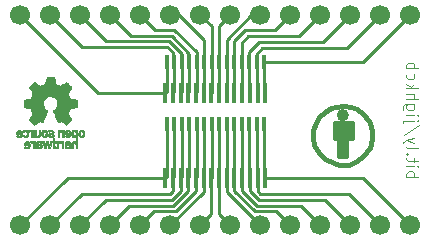
<source format=gbr>
G04 #@! TF.GenerationSoftware,KiCad,Pcbnew,5.0.2-bee76a0~70~ubuntu18.04.1*
G04 #@! TF.CreationDate,2019-03-14T21:08:30-04:00*
G04 #@! TF.ProjectId,soicssop,736f6963-7373-46f7-902e-6b696361645f,rev?*
G04 #@! TF.SameCoordinates,Original*
G04 #@! TF.FileFunction,Copper,L2,Bot*
G04 #@! TF.FilePolarity,Positive*
%FSLAX46Y46*%
G04 Gerber Fmt 4.6, Leading zero omitted, Abs format (unit mm)*
G04 Created by KiCad (PCBNEW 5.0.2-bee76a0~70~ubuntu18.04.1) date Thu 14 Mar 2019 21:08:30 EDT*
%MOMM*%
%LPD*%
G01*
G04 APERTURE LIST*
G04 #@! TA.AperFunction,NonConductor*
%ADD10C,0.100000*%
G04 #@! TD*
G04 #@! TA.AperFunction,EtchedComponent*
%ADD11C,0.010000*%
G04 #@! TD*
G04 #@! TA.AperFunction,EtchedComponent*
%ADD12C,0.381000*%
G04 #@! TD*
G04 #@! TA.AperFunction,SMDPad,CuDef*
%ADD13R,0.400000X1.200000*%
G04 #@! TD*
G04 #@! TA.AperFunction,SMDPad,CuDef*
%ADD14R,0.450000X1.750000*%
G04 #@! TD*
G04 #@! TA.AperFunction,ComponentPad*
%ADD15C,1.700000*%
G04 #@! TD*
G04 #@! TA.AperFunction,Conductor*
%ADD16C,0.250000*%
G04 #@! TD*
G04 APERTURE END LIST*
D10*
X16184619Y-4809523D02*
X17184619Y-4809523D01*
X16803666Y-4809523D02*
X16851285Y-4714285D01*
X16851285Y-4523809D01*
X16803666Y-4428571D01*
X16756047Y-4380952D01*
X16660809Y-4333333D01*
X16375095Y-4333333D01*
X16279857Y-4380952D01*
X16232238Y-4428571D01*
X16184619Y-4523809D01*
X16184619Y-4714285D01*
X16232238Y-4809523D01*
X16184619Y-3904761D02*
X16851285Y-3904761D01*
X17184619Y-3904761D02*
X17137000Y-3952380D01*
X17089380Y-3904761D01*
X17137000Y-3857142D01*
X17184619Y-3904761D01*
X17089380Y-3904761D01*
X16851285Y-3571428D02*
X16851285Y-3190476D01*
X17184619Y-3428571D02*
X16327476Y-3428571D01*
X16232238Y-3380952D01*
X16184619Y-3285714D01*
X16184619Y-3190476D01*
X16279857Y-2857142D02*
X16232238Y-2809523D01*
X16184619Y-2857142D01*
X16232238Y-2904761D01*
X16279857Y-2857142D01*
X16184619Y-2857142D01*
X16184619Y-2238095D02*
X16232238Y-2333333D01*
X16327476Y-2380952D01*
X17184619Y-2380952D01*
X16851285Y-1952380D02*
X16184619Y-1714285D01*
X16851285Y-1476190D02*
X16184619Y-1714285D01*
X15946523Y-1809523D01*
X15898904Y-1857142D01*
X15851285Y-1952380D01*
X17232238Y-380952D02*
X15946523Y-1238095D01*
X16851285Y-47619D02*
X15994142Y-47619D01*
X15898904Y-95238D01*
X15851285Y-190476D01*
X15851285Y-238095D01*
X17184619Y-47619D02*
X17137000Y-95238D01*
X17089380Y-47619D01*
X17137000Y0D01*
X17184619Y-47619D01*
X17089380Y-47619D01*
X16184619Y428571D02*
X16851285Y428571D01*
X17184619Y428571D02*
X17137000Y380952D01*
X17089380Y428571D01*
X17137000Y476190D01*
X17184619Y428571D01*
X17089380Y428571D01*
X16851285Y1333333D02*
X16041761Y1333333D01*
X15946523Y1285714D01*
X15898904Y1238095D01*
X15851285Y1142857D01*
X15851285Y999999D01*
X15898904Y904761D01*
X16232238Y1333333D02*
X16184619Y1238095D01*
X16184619Y1047619D01*
X16232238Y952380D01*
X16279857Y904761D01*
X16375095Y857142D01*
X16660809Y857142D01*
X16756047Y904761D01*
X16803666Y952380D01*
X16851285Y1047619D01*
X16851285Y1238095D01*
X16803666Y1333333D01*
X16184619Y1809523D02*
X17184619Y1809523D01*
X16184619Y2238095D02*
X16708428Y2238095D01*
X16803666Y2190476D01*
X16851285Y2095238D01*
X16851285Y1952380D01*
X16803666Y1857142D01*
X16756047Y1809523D01*
X16184619Y2714285D02*
X17184619Y2714285D01*
X16565571Y2809523D02*
X16184619Y3095238D01*
X16851285Y3095238D02*
X16470333Y2714285D01*
X16232238Y3952380D02*
X16184619Y3857142D01*
X16184619Y3666666D01*
X16232238Y3571428D01*
X16279857Y3523809D01*
X16375095Y3476190D01*
X16660809Y3476190D01*
X16756047Y3523809D01*
X16803666Y3571428D01*
X16851285Y3666666D01*
X16851285Y3857142D01*
X16803666Y3952380D01*
X16184619Y4380952D02*
X17184619Y4380952D01*
X16803666Y4380952D02*
X16851285Y4476190D01*
X16851285Y4666666D01*
X16803666Y4761904D01*
X16756047Y4809523D01*
X16660809Y4857142D01*
X16375095Y4857142D01*
X16279857Y4809523D01*
X16232238Y4761904D01*
X16184619Y4666666D01*
X16184619Y4476190D01*
X16232238Y4380952D01*
D11*
G04 #@! TO.C,REF\002A\002A*
G36*
X-12061241Y-834184D02*
X-12087753Y-847282D01*
X-12120447Y-870106D01*
X-12144275Y-894996D01*
X-12160594Y-926249D01*
X-12170760Y-968166D01*
X-12176128Y-1025044D01*
X-12178056Y-1101184D01*
X-12178169Y-1133917D01*
X-12177839Y-1205656D01*
X-12176473Y-1256927D01*
X-12173500Y-1292404D01*
X-12168351Y-1316763D01*
X-12160457Y-1334680D01*
X-12152243Y-1346902D01*
X-12099813Y-1398905D01*
X-12038070Y-1430184D01*
X-11971464Y-1439592D01*
X-11904442Y-1425980D01*
X-11883208Y-1416354D01*
X-11832376Y-1389859D01*
X-11832376Y-1805052D01*
X-11869475Y-1785868D01*
X-11918357Y-1771025D01*
X-11978439Y-1767222D01*
X-12038436Y-1774243D01*
X-12083744Y-1790013D01*
X-12121325Y-1820047D01*
X-12153436Y-1863024D01*
X-12155850Y-1867436D01*
X-12166033Y-1888221D01*
X-12173470Y-1909170D01*
X-12178589Y-1934548D01*
X-12181819Y-1968618D01*
X-12183587Y-2015641D01*
X-12184323Y-2079882D01*
X-12184456Y-2152176D01*
X-12184456Y-2382822D01*
X-12046139Y-2382822D01*
X-12046139Y-1957533D01*
X-12007451Y-1924979D01*
X-11967262Y-1898940D01*
X-11929203Y-1894205D01*
X-11890934Y-1906389D01*
X-11870538Y-1918320D01*
X-11855358Y-1935313D01*
X-11844562Y-1960995D01*
X-11837317Y-1998991D01*
X-11832792Y-2052926D01*
X-11830156Y-2126425D01*
X-11829228Y-2175347D01*
X-11826089Y-2376535D01*
X-11760074Y-2380336D01*
X-11694060Y-2384136D01*
X-11694060Y-1135650D01*
X-11832376Y-1135650D01*
X-11835903Y-1205254D01*
X-11847785Y-1253569D01*
X-11869980Y-1283631D01*
X-11904441Y-1298471D01*
X-11939258Y-1301436D01*
X-11978671Y-1298028D01*
X-12004829Y-1284617D01*
X-12021186Y-1266896D01*
X-12034063Y-1247835D01*
X-12041728Y-1226601D01*
X-12045139Y-1196849D01*
X-12045251Y-1152236D01*
X-12044103Y-1114880D01*
X-12041468Y-1058604D01*
X-12037544Y-1021658D01*
X-12030937Y-998223D01*
X-12020251Y-982480D01*
X-12010167Y-973380D01*
X-11968030Y-953537D01*
X-11918160Y-950332D01*
X-11889524Y-957168D01*
X-11861172Y-981464D01*
X-11842391Y-1028728D01*
X-11833288Y-1098624D01*
X-11832376Y-1135650D01*
X-11694060Y-1135650D01*
X-11694060Y-823614D01*
X-11763218Y-823614D01*
X-11804740Y-825256D01*
X-11826162Y-831087D01*
X-11832374Y-842461D01*
X-11832376Y-842798D01*
X-11835258Y-853938D01*
X-11847970Y-852673D01*
X-11873243Y-840433D01*
X-11932131Y-821707D01*
X-11998385Y-819739D01*
X-12061241Y-834184D01*
X-12061241Y-834184D01*
G37*
X-12061241Y-834184D02*
X-12087753Y-847282D01*
X-12120447Y-870106D01*
X-12144275Y-894996D01*
X-12160594Y-926249D01*
X-12170760Y-968166D01*
X-12176128Y-1025044D01*
X-12178056Y-1101184D01*
X-12178169Y-1133917D01*
X-12177839Y-1205656D01*
X-12176473Y-1256927D01*
X-12173500Y-1292404D01*
X-12168351Y-1316763D01*
X-12160457Y-1334680D01*
X-12152243Y-1346902D01*
X-12099813Y-1398905D01*
X-12038070Y-1430184D01*
X-11971464Y-1439592D01*
X-11904442Y-1425980D01*
X-11883208Y-1416354D01*
X-11832376Y-1389859D01*
X-11832376Y-1805052D01*
X-11869475Y-1785868D01*
X-11918357Y-1771025D01*
X-11978439Y-1767222D01*
X-12038436Y-1774243D01*
X-12083744Y-1790013D01*
X-12121325Y-1820047D01*
X-12153436Y-1863024D01*
X-12155850Y-1867436D01*
X-12166033Y-1888221D01*
X-12173470Y-1909170D01*
X-12178589Y-1934548D01*
X-12181819Y-1968618D01*
X-12183587Y-2015641D01*
X-12184323Y-2079882D01*
X-12184456Y-2152176D01*
X-12184456Y-2382822D01*
X-12046139Y-2382822D01*
X-12046139Y-1957533D01*
X-12007451Y-1924979D01*
X-11967262Y-1898940D01*
X-11929203Y-1894205D01*
X-11890934Y-1906389D01*
X-11870538Y-1918320D01*
X-11855358Y-1935313D01*
X-11844562Y-1960995D01*
X-11837317Y-1998991D01*
X-11832792Y-2052926D01*
X-11830156Y-2126425D01*
X-11829228Y-2175347D01*
X-11826089Y-2376535D01*
X-11760074Y-2380336D01*
X-11694060Y-2384136D01*
X-11694060Y-1135650D01*
X-11832376Y-1135650D01*
X-11835903Y-1205254D01*
X-11847785Y-1253569D01*
X-11869980Y-1283631D01*
X-11904441Y-1298471D01*
X-11939258Y-1301436D01*
X-11978671Y-1298028D01*
X-12004829Y-1284617D01*
X-12021186Y-1266896D01*
X-12034063Y-1247835D01*
X-12041728Y-1226601D01*
X-12045139Y-1196849D01*
X-12045251Y-1152236D01*
X-12044103Y-1114880D01*
X-12041468Y-1058604D01*
X-12037544Y-1021658D01*
X-12030937Y-998223D01*
X-12020251Y-982480D01*
X-12010167Y-973380D01*
X-11968030Y-953537D01*
X-11918160Y-950332D01*
X-11889524Y-957168D01*
X-11861172Y-981464D01*
X-11842391Y-1028728D01*
X-11833288Y-1098624D01*
X-11832376Y-1135650D01*
X-11694060Y-1135650D01*
X-11694060Y-823614D01*
X-11763218Y-823614D01*
X-11804740Y-825256D01*
X-11826162Y-831087D01*
X-11832374Y-842461D01*
X-11832376Y-842798D01*
X-11835258Y-853938D01*
X-11847970Y-852673D01*
X-11873243Y-840433D01*
X-11932131Y-821707D01*
X-11998385Y-819739D01*
X-12061241Y-834184D01*
G36*
X-12585790Y-1771555D02*
X-12644945Y-1787339D01*
X-12689977Y-1815948D01*
X-12721754Y-1853419D01*
X-12731634Y-1869411D01*
X-12738927Y-1886163D01*
X-12744026Y-1907592D01*
X-12747321Y-1937616D01*
X-12749203Y-1980154D01*
X-12750063Y-2039122D01*
X-12750293Y-2118440D01*
X-12750297Y-2139484D01*
X-12750297Y-2382822D01*
X-12689941Y-2382822D01*
X-12651443Y-2380126D01*
X-12622977Y-2373295D01*
X-12615845Y-2369083D01*
X-12596348Y-2361813D01*
X-12576434Y-2369083D01*
X-12543647Y-2378160D01*
X-12496022Y-2381813D01*
X-12443236Y-2380228D01*
X-12394964Y-2373589D01*
X-12366782Y-2365072D01*
X-12312247Y-2330063D01*
X-12278165Y-2281479D01*
X-12262843Y-2216882D01*
X-12262701Y-2215223D01*
X-12264045Y-2186566D01*
X-12385644Y-2186566D01*
X-12396274Y-2219161D01*
X-12413590Y-2237505D01*
X-12448348Y-2251379D01*
X-12494227Y-2256917D01*
X-12541012Y-2254191D01*
X-12578486Y-2243274D01*
X-12588985Y-2236269D01*
X-12607332Y-2203904D01*
X-12611980Y-2167111D01*
X-12611980Y-2118763D01*
X-12542418Y-2118763D01*
X-12476333Y-2123850D01*
X-12426236Y-2138263D01*
X-12395071Y-2160729D01*
X-12385644Y-2186566D01*
X-12264045Y-2186566D01*
X-12266013Y-2144647D01*
X-12289290Y-2088845D01*
X-12333052Y-2046647D01*
X-12339101Y-2042808D01*
X-12365093Y-2030309D01*
X-12397265Y-2022740D01*
X-12442240Y-2019061D01*
X-12495669Y-2018216D01*
X-12611980Y-2018169D01*
X-12611980Y-1969411D01*
X-12607047Y-1931581D01*
X-12594457Y-1906236D01*
X-12592983Y-1904887D01*
X-12564966Y-1893800D01*
X-12522674Y-1889503D01*
X-12475936Y-1891615D01*
X-12434582Y-1899756D01*
X-12410043Y-1911965D01*
X-12396747Y-1921746D01*
X-12382706Y-1923613D01*
X-12363329Y-1915600D01*
X-12334024Y-1895739D01*
X-12290197Y-1862063D01*
X-12286175Y-1858909D01*
X-12288236Y-1847236D01*
X-12305432Y-1827822D01*
X-12331567Y-1806248D01*
X-12360448Y-1788096D01*
X-12369522Y-1783809D01*
X-12402620Y-1775256D01*
X-12451120Y-1769155D01*
X-12505305Y-1766708D01*
X-12507839Y-1766703D01*
X-12585790Y-1771555D01*
X-12585790Y-1771555D01*
G37*
X-12585790Y-1771555D02*
X-12644945Y-1787339D01*
X-12689977Y-1815948D01*
X-12721754Y-1853419D01*
X-12731634Y-1869411D01*
X-12738927Y-1886163D01*
X-12744026Y-1907592D01*
X-12747321Y-1937616D01*
X-12749203Y-1980154D01*
X-12750063Y-2039122D01*
X-12750293Y-2118440D01*
X-12750297Y-2139484D01*
X-12750297Y-2382822D01*
X-12689941Y-2382822D01*
X-12651443Y-2380126D01*
X-12622977Y-2373295D01*
X-12615845Y-2369083D01*
X-12596348Y-2361813D01*
X-12576434Y-2369083D01*
X-12543647Y-2378160D01*
X-12496022Y-2381813D01*
X-12443236Y-2380228D01*
X-12394964Y-2373589D01*
X-12366782Y-2365072D01*
X-12312247Y-2330063D01*
X-12278165Y-2281479D01*
X-12262843Y-2216882D01*
X-12262701Y-2215223D01*
X-12264045Y-2186566D01*
X-12385644Y-2186566D01*
X-12396274Y-2219161D01*
X-12413590Y-2237505D01*
X-12448348Y-2251379D01*
X-12494227Y-2256917D01*
X-12541012Y-2254191D01*
X-12578486Y-2243274D01*
X-12588985Y-2236269D01*
X-12607332Y-2203904D01*
X-12611980Y-2167111D01*
X-12611980Y-2118763D01*
X-12542418Y-2118763D01*
X-12476333Y-2123850D01*
X-12426236Y-2138263D01*
X-12395071Y-2160729D01*
X-12385644Y-2186566D01*
X-12264045Y-2186566D01*
X-12266013Y-2144647D01*
X-12289290Y-2088845D01*
X-12333052Y-2046647D01*
X-12339101Y-2042808D01*
X-12365093Y-2030309D01*
X-12397265Y-2022740D01*
X-12442240Y-2019061D01*
X-12495669Y-2018216D01*
X-12611980Y-2018169D01*
X-12611980Y-1969411D01*
X-12607047Y-1931581D01*
X-12594457Y-1906236D01*
X-12592983Y-1904887D01*
X-12564966Y-1893800D01*
X-12522674Y-1889503D01*
X-12475936Y-1891615D01*
X-12434582Y-1899756D01*
X-12410043Y-1911965D01*
X-12396747Y-1921746D01*
X-12382706Y-1923613D01*
X-12363329Y-1915600D01*
X-12334024Y-1895739D01*
X-12290197Y-1862063D01*
X-12286175Y-1858909D01*
X-12288236Y-1847236D01*
X-12305432Y-1827822D01*
X-12331567Y-1806248D01*
X-12360448Y-1788096D01*
X-12369522Y-1783809D01*
X-12402620Y-1775256D01*
X-12451120Y-1769155D01*
X-12505305Y-1766708D01*
X-12507839Y-1766703D01*
X-12585790Y-1771555D01*
G36*
X-12976644Y-1768020D02*
X-12995461Y-1773660D01*
X-13001527Y-1786053D01*
X-13001782Y-1791647D01*
X-13002871Y-1807230D01*
X-13010368Y-1809676D01*
X-13030619Y-1798993D01*
X-13042649Y-1791694D01*
X-13080600Y-1776063D01*
X-13125928Y-1768334D01*
X-13173456Y-1767740D01*
X-13218005Y-1773513D01*
X-13254398Y-1784884D01*
X-13277457Y-1801088D01*
X-13282004Y-1821355D01*
X-13279709Y-1826843D01*
X-13262980Y-1849626D01*
X-13237037Y-1877647D01*
X-13232345Y-1882177D01*
X-13207617Y-1903005D01*
X-13186282Y-1909735D01*
X-13156445Y-1905038D01*
X-13144492Y-1901917D01*
X-13107295Y-1894421D01*
X-13081141Y-1897792D01*
X-13059054Y-1909681D01*
X-13038822Y-1925635D01*
X-13023921Y-1945700D01*
X-13013566Y-1973702D01*
X-13006971Y-2013467D01*
X-13003351Y-2068823D01*
X-13001922Y-2143594D01*
X-13001782Y-2188740D01*
X-13001782Y-2382822D01*
X-12876040Y-2382822D01*
X-12876040Y-1766683D01*
X-12938911Y-1766683D01*
X-12976644Y-1768020D01*
X-12976644Y-1768020D01*
G37*
X-12976644Y-1768020D02*
X-12995461Y-1773660D01*
X-13001527Y-1786053D01*
X-13001782Y-1791647D01*
X-13002871Y-1807230D01*
X-13010368Y-1809676D01*
X-13030619Y-1798993D01*
X-13042649Y-1791694D01*
X-13080600Y-1776063D01*
X-13125928Y-1768334D01*
X-13173456Y-1767740D01*
X-13218005Y-1773513D01*
X-13254398Y-1784884D01*
X-13277457Y-1801088D01*
X-13282004Y-1821355D01*
X-13279709Y-1826843D01*
X-13262980Y-1849626D01*
X-13237037Y-1877647D01*
X-13232345Y-1882177D01*
X-13207617Y-1903005D01*
X-13186282Y-1909735D01*
X-13156445Y-1905038D01*
X-13144492Y-1901917D01*
X-13107295Y-1894421D01*
X-13081141Y-1897792D01*
X-13059054Y-1909681D01*
X-13038822Y-1925635D01*
X-13023921Y-1945700D01*
X-13013566Y-1973702D01*
X-13006971Y-2013467D01*
X-13003351Y-2068823D01*
X-13001922Y-2143594D01*
X-13001782Y-2188740D01*
X-13001782Y-2382822D01*
X-12876040Y-2382822D01*
X-12876040Y-1766683D01*
X-12938911Y-1766683D01*
X-12976644Y-1768020D01*
G36*
X-13768812Y-2382822D02*
X-13699654Y-2382822D01*
X-13659512Y-2381645D01*
X-13638606Y-2376772D01*
X-13631078Y-2366186D01*
X-13630495Y-2359029D01*
X-13629226Y-2344676D01*
X-13621221Y-2341923D01*
X-13600185Y-2350771D01*
X-13583827Y-2359029D01*
X-13521023Y-2378597D01*
X-13452752Y-2379729D01*
X-13397248Y-2365135D01*
X-13345562Y-2329877D01*
X-13306162Y-2277835D01*
X-13284587Y-2216450D01*
X-13284038Y-2213018D01*
X-13280833Y-2175571D01*
X-13279239Y-2121813D01*
X-13279367Y-2081155D01*
X-13416721Y-2081155D01*
X-13419903Y-2135194D01*
X-13427141Y-2179735D01*
X-13436940Y-2204888D01*
X-13474011Y-2239260D01*
X-13518026Y-2251582D01*
X-13563416Y-2241618D01*
X-13602203Y-2211895D01*
X-13616892Y-2191905D01*
X-13625481Y-2168050D01*
X-13629504Y-2133230D01*
X-13630495Y-2080930D01*
X-13628722Y-2029139D01*
X-13624037Y-1983634D01*
X-13617397Y-1953181D01*
X-13616290Y-1950452D01*
X-13589509Y-1918000D01*
X-13550421Y-1900183D01*
X-13506685Y-1897306D01*
X-13465962Y-1909674D01*
X-13435913Y-1937593D01*
X-13432796Y-1943148D01*
X-13423039Y-1977022D01*
X-13417723Y-2025728D01*
X-13416721Y-2081155D01*
X-13279367Y-2081155D01*
X-13279432Y-2060540D01*
X-13280336Y-2027563D01*
X-13286486Y-1945981D01*
X-13299267Y-1884730D01*
X-13320529Y-1839449D01*
X-13352122Y-1805779D01*
X-13382793Y-1786014D01*
X-13425646Y-1772120D01*
X-13478944Y-1767354D01*
X-13533520Y-1771236D01*
X-13580208Y-1783282D01*
X-13604876Y-1797693D01*
X-13630495Y-1820878D01*
X-13630495Y-1527773D01*
X-13768812Y-1527773D01*
X-13768812Y-2382822D01*
X-13768812Y-2382822D01*
G37*
X-13768812Y-2382822D02*
X-13699654Y-2382822D01*
X-13659512Y-2381645D01*
X-13638606Y-2376772D01*
X-13631078Y-2366186D01*
X-13630495Y-2359029D01*
X-13629226Y-2344676D01*
X-13621221Y-2341923D01*
X-13600185Y-2350771D01*
X-13583827Y-2359029D01*
X-13521023Y-2378597D01*
X-13452752Y-2379729D01*
X-13397248Y-2365135D01*
X-13345562Y-2329877D01*
X-13306162Y-2277835D01*
X-13284587Y-2216450D01*
X-13284038Y-2213018D01*
X-13280833Y-2175571D01*
X-13279239Y-2121813D01*
X-13279367Y-2081155D01*
X-13416721Y-2081155D01*
X-13419903Y-2135194D01*
X-13427141Y-2179735D01*
X-13436940Y-2204888D01*
X-13474011Y-2239260D01*
X-13518026Y-2251582D01*
X-13563416Y-2241618D01*
X-13602203Y-2211895D01*
X-13616892Y-2191905D01*
X-13625481Y-2168050D01*
X-13629504Y-2133230D01*
X-13630495Y-2080930D01*
X-13628722Y-2029139D01*
X-13624037Y-1983634D01*
X-13617397Y-1953181D01*
X-13616290Y-1950452D01*
X-13589509Y-1918000D01*
X-13550421Y-1900183D01*
X-13506685Y-1897306D01*
X-13465962Y-1909674D01*
X-13435913Y-1937593D01*
X-13432796Y-1943148D01*
X-13423039Y-1977022D01*
X-13417723Y-2025728D01*
X-13416721Y-2081155D01*
X-13279367Y-2081155D01*
X-13279432Y-2060540D01*
X-13280336Y-2027563D01*
X-13286486Y-1945981D01*
X-13299267Y-1884730D01*
X-13320529Y-1839449D01*
X-13352122Y-1805779D01*
X-13382793Y-1786014D01*
X-13425646Y-1772120D01*
X-13478944Y-1767354D01*
X-13533520Y-1771236D01*
X-13580208Y-1783282D01*
X-13604876Y-1797693D01*
X-13630495Y-1820878D01*
X-13630495Y-1527773D01*
X-13768812Y-1527773D01*
X-13768812Y-2382822D01*
G36*
X-14251524Y-1769237D02*
X-14301255Y-1772971D01*
X-14431291Y-2162773D01*
X-14451678Y-2093614D01*
X-14463946Y-2050874D01*
X-14480085Y-1993115D01*
X-14497512Y-1929625D01*
X-14506726Y-1895570D01*
X-14541388Y-1766683D01*
X-14684391Y-1766683D01*
X-14641646Y-1901857D01*
X-14620596Y-1968342D01*
X-14595167Y-2048539D01*
X-14568610Y-2132193D01*
X-14544902Y-2206782D01*
X-14490902Y-2376535D01*
X-14432598Y-2380328D01*
X-14374295Y-2384122D01*
X-14342679Y-2279734D01*
X-14323182Y-2214889D01*
X-14301904Y-2143400D01*
X-14283308Y-2080263D01*
X-14282574Y-2077750D01*
X-14268684Y-2034969D01*
X-14256429Y-2005779D01*
X-14247846Y-1994741D01*
X-14246082Y-1996018D01*
X-14239891Y-2013130D01*
X-14228128Y-2049787D01*
X-14212225Y-2101378D01*
X-14193614Y-2163294D01*
X-14183543Y-2197352D01*
X-14129007Y-2382822D01*
X-14013264Y-2382822D01*
X-13920737Y-2090471D01*
X-13894744Y-2008462D01*
X-13871066Y-1933987D01*
X-13850820Y-1870544D01*
X-13835126Y-1821632D01*
X-13825102Y-1790749D01*
X-13822055Y-1781726D01*
X-13824467Y-1772487D01*
X-13843408Y-1768441D01*
X-13882823Y-1768846D01*
X-13888993Y-1769152D01*
X-13962086Y-1772971D01*
X-14009957Y-1949010D01*
X-14027553Y-2013211D01*
X-14043277Y-2069649D01*
X-14055746Y-2113422D01*
X-14063574Y-2139630D01*
X-14065020Y-2143903D01*
X-14071014Y-2138990D01*
X-14083101Y-2113532D01*
X-14099893Y-2070997D01*
X-14120003Y-2014850D01*
X-14137003Y-1964130D01*
X-14201794Y-1765504D01*
X-14251524Y-1769237D01*
X-14251524Y-1769237D01*
G37*
X-14251524Y-1769237D02*
X-14301255Y-1772971D01*
X-14431291Y-2162773D01*
X-14451678Y-2093614D01*
X-14463946Y-2050874D01*
X-14480085Y-1993115D01*
X-14497512Y-1929625D01*
X-14506726Y-1895570D01*
X-14541388Y-1766683D01*
X-14684391Y-1766683D01*
X-14641646Y-1901857D01*
X-14620596Y-1968342D01*
X-14595167Y-2048539D01*
X-14568610Y-2132193D01*
X-14544902Y-2206782D01*
X-14490902Y-2376535D01*
X-14432598Y-2380328D01*
X-14374295Y-2384122D01*
X-14342679Y-2279734D01*
X-14323182Y-2214889D01*
X-14301904Y-2143400D01*
X-14283308Y-2080263D01*
X-14282574Y-2077750D01*
X-14268684Y-2034969D01*
X-14256429Y-2005779D01*
X-14247846Y-1994741D01*
X-14246082Y-1996018D01*
X-14239891Y-2013130D01*
X-14228128Y-2049787D01*
X-14212225Y-2101378D01*
X-14193614Y-2163294D01*
X-14183543Y-2197352D01*
X-14129007Y-2382822D01*
X-14013264Y-2382822D01*
X-13920737Y-2090471D01*
X-13894744Y-2008462D01*
X-13871066Y-1933987D01*
X-13850820Y-1870544D01*
X-13835126Y-1821632D01*
X-13825102Y-1790749D01*
X-13822055Y-1781726D01*
X-13824467Y-1772487D01*
X-13843408Y-1768441D01*
X-13882823Y-1768846D01*
X-13888993Y-1769152D01*
X-13962086Y-1772971D01*
X-14009957Y-1949010D01*
X-14027553Y-2013211D01*
X-14043277Y-2069649D01*
X-14055746Y-2113422D01*
X-14063574Y-2139630D01*
X-14065020Y-2143903D01*
X-14071014Y-2138990D01*
X-14083101Y-2113532D01*
X-14099893Y-2070997D01*
X-14120003Y-2014850D01*
X-14137003Y-1964130D01*
X-14201794Y-1765504D01*
X-14251524Y-1769237D01*
G36*
X-15008411Y-1770417D02*
X-15061411Y-1783290D01*
X-15076731Y-1790110D01*
X-15106428Y-1807974D01*
X-15129220Y-1828093D01*
X-15146083Y-1853962D01*
X-15157998Y-1889073D01*
X-15165942Y-1936920D01*
X-15170894Y-2000996D01*
X-15173831Y-2084794D01*
X-15174947Y-2140768D01*
X-15179052Y-2382822D01*
X-15108932Y-2382822D01*
X-15066393Y-2381038D01*
X-15044476Y-2374942D01*
X-15038812Y-2364706D01*
X-15035821Y-2353637D01*
X-15022451Y-2355754D01*
X-15004233Y-2364629D01*
X-14958624Y-2378233D01*
X-14900007Y-2381899D01*
X-14838354Y-2375903D01*
X-14783638Y-2360521D01*
X-14778730Y-2358386D01*
X-14728723Y-2323255D01*
X-14695756Y-2274419D01*
X-14680587Y-2217333D01*
X-14681746Y-2196824D01*
X-14805508Y-2196824D01*
X-14816413Y-2224425D01*
X-14848745Y-2244204D01*
X-14900910Y-2254819D01*
X-14928787Y-2256228D01*
X-14975247Y-2252620D01*
X-15006129Y-2238597D01*
X-15013664Y-2231931D01*
X-15034076Y-2195666D01*
X-15038812Y-2162773D01*
X-15038812Y-2118763D01*
X-14977513Y-2118763D01*
X-14906256Y-2122395D01*
X-14856276Y-2133818D01*
X-14824696Y-2153824D01*
X-14817626Y-2162743D01*
X-14805508Y-2196824D01*
X-14681746Y-2196824D01*
X-14683971Y-2157456D01*
X-14706663Y-2100244D01*
X-14737624Y-2061580D01*
X-14756376Y-2044864D01*
X-14774733Y-2033878D01*
X-14798619Y-2027180D01*
X-14833957Y-2023326D01*
X-14886669Y-2020873D01*
X-14907577Y-2020168D01*
X-15038812Y-2015879D01*
X-15038620Y-1976158D01*
X-15033537Y-1934405D01*
X-15015162Y-1909158D01*
X-14978039Y-1893030D01*
X-14977043Y-1892742D01*
X-14924410Y-1886400D01*
X-14872906Y-1894684D01*
X-14834630Y-1914827D01*
X-14819272Y-1924773D01*
X-14802730Y-1923397D01*
X-14777275Y-1908987D01*
X-14762328Y-1898817D01*
X-14733091Y-1877088D01*
X-14714980Y-1860800D01*
X-14712074Y-1856137D01*
X-14724040Y-1832005D01*
X-14759396Y-1803185D01*
X-14774753Y-1793461D01*
X-14818901Y-1776714D01*
X-14878398Y-1767227D01*
X-14944487Y-1765095D01*
X-15008411Y-1770417D01*
X-15008411Y-1770417D01*
G37*
X-15008411Y-1770417D02*
X-15061411Y-1783290D01*
X-15076731Y-1790110D01*
X-15106428Y-1807974D01*
X-15129220Y-1828093D01*
X-15146083Y-1853962D01*
X-15157998Y-1889073D01*
X-15165942Y-1936920D01*
X-15170894Y-2000996D01*
X-15173831Y-2084794D01*
X-15174947Y-2140768D01*
X-15179052Y-2382822D01*
X-15108932Y-2382822D01*
X-15066393Y-2381038D01*
X-15044476Y-2374942D01*
X-15038812Y-2364706D01*
X-15035821Y-2353637D01*
X-15022451Y-2355754D01*
X-15004233Y-2364629D01*
X-14958624Y-2378233D01*
X-14900007Y-2381899D01*
X-14838354Y-2375903D01*
X-14783638Y-2360521D01*
X-14778730Y-2358386D01*
X-14728723Y-2323255D01*
X-14695756Y-2274419D01*
X-14680587Y-2217333D01*
X-14681746Y-2196824D01*
X-14805508Y-2196824D01*
X-14816413Y-2224425D01*
X-14848745Y-2244204D01*
X-14900910Y-2254819D01*
X-14928787Y-2256228D01*
X-14975247Y-2252620D01*
X-15006129Y-2238597D01*
X-15013664Y-2231931D01*
X-15034076Y-2195666D01*
X-15038812Y-2162773D01*
X-15038812Y-2118763D01*
X-14977513Y-2118763D01*
X-14906256Y-2122395D01*
X-14856276Y-2133818D01*
X-14824696Y-2153824D01*
X-14817626Y-2162743D01*
X-14805508Y-2196824D01*
X-14681746Y-2196824D01*
X-14683971Y-2157456D01*
X-14706663Y-2100244D01*
X-14737624Y-2061580D01*
X-14756376Y-2044864D01*
X-14774733Y-2033878D01*
X-14798619Y-2027180D01*
X-14833957Y-2023326D01*
X-14886669Y-2020873D01*
X-14907577Y-2020168D01*
X-15038812Y-2015879D01*
X-15038620Y-1976158D01*
X-15033537Y-1934405D01*
X-15015162Y-1909158D01*
X-14978039Y-1893030D01*
X-14977043Y-1892742D01*
X-14924410Y-1886400D01*
X-14872906Y-1894684D01*
X-14834630Y-1914827D01*
X-14819272Y-1924773D01*
X-14802730Y-1923397D01*
X-14777275Y-1908987D01*
X-14762328Y-1898817D01*
X-14733091Y-1877088D01*
X-14714980Y-1860800D01*
X-14712074Y-1856137D01*
X-14724040Y-1832005D01*
X-14759396Y-1803185D01*
X-14774753Y-1793461D01*
X-14818901Y-1776714D01*
X-14878398Y-1767227D01*
X-14944487Y-1765095D01*
X-15008411Y-1770417D01*
G36*
X-15605255Y-1766486D02*
X-15653595Y-1776015D01*
X-15681114Y-1790125D01*
X-15710064Y-1813568D01*
X-15668876Y-1865571D01*
X-15643482Y-1897064D01*
X-15626238Y-1912428D01*
X-15609102Y-1914776D01*
X-15584027Y-1907217D01*
X-15572257Y-1902941D01*
X-15524270Y-1896631D01*
X-15480324Y-1910156D01*
X-15448060Y-1940710D01*
X-15442819Y-1950452D01*
X-15437112Y-1976258D01*
X-15432706Y-2023817D01*
X-15429811Y-2089758D01*
X-15428631Y-2170710D01*
X-15428614Y-2182226D01*
X-15428614Y-2382822D01*
X-15290297Y-2382822D01*
X-15290297Y-1766683D01*
X-15359456Y-1766683D01*
X-15399333Y-1767725D01*
X-15420107Y-1772358D01*
X-15427789Y-1782849D01*
X-15428614Y-1792745D01*
X-15428614Y-1818806D01*
X-15461745Y-1792745D01*
X-15499735Y-1774965D01*
X-15550770Y-1766174D01*
X-15605255Y-1766486D01*
X-15605255Y-1766486D01*
G37*
X-15605255Y-1766486D02*
X-15653595Y-1776015D01*
X-15681114Y-1790125D01*
X-15710064Y-1813568D01*
X-15668876Y-1865571D01*
X-15643482Y-1897064D01*
X-15626238Y-1912428D01*
X-15609102Y-1914776D01*
X-15584027Y-1907217D01*
X-15572257Y-1902941D01*
X-15524270Y-1896631D01*
X-15480324Y-1910156D01*
X-15448060Y-1940710D01*
X-15442819Y-1950452D01*
X-15437112Y-1976258D01*
X-15432706Y-2023817D01*
X-15429811Y-2089758D01*
X-15428631Y-2170710D01*
X-15428614Y-2182226D01*
X-15428614Y-2382822D01*
X-15290297Y-2382822D01*
X-15290297Y-1766683D01*
X-15359456Y-1766683D01*
X-15399333Y-1767725D01*
X-15420107Y-1772358D01*
X-15427789Y-1782849D01*
X-15428614Y-1792745D01*
X-15428614Y-1818806D01*
X-15461745Y-1792745D01*
X-15499735Y-1774965D01*
X-15550770Y-1766174D01*
X-15605255Y-1766486D01*
G36*
X-16002581Y-1769970D02*
X-16062685Y-1785597D01*
X-16113021Y-1817848D01*
X-16137393Y-1841940D01*
X-16177345Y-1898895D01*
X-16200242Y-1964965D01*
X-16208108Y-2046182D01*
X-16208148Y-2052748D01*
X-16208218Y-2118763D01*
X-15828264Y-2118763D01*
X-15836363Y-2153342D01*
X-15850987Y-2184659D01*
X-15876581Y-2217291D01*
X-15881935Y-2222500D01*
X-15927943Y-2250694D01*
X-15980410Y-2255475D01*
X-16040803Y-2236926D01*
X-16051040Y-2231931D01*
X-16082439Y-2216745D01*
X-16103470Y-2208094D01*
X-16107139Y-2207293D01*
X-16119948Y-2215063D01*
X-16144378Y-2234072D01*
X-16156779Y-2244460D01*
X-16182476Y-2268321D01*
X-16190915Y-2284077D01*
X-16185058Y-2298571D01*
X-16181928Y-2302534D01*
X-16160725Y-2319879D01*
X-16125738Y-2340959D01*
X-16101337Y-2353265D01*
X-16032072Y-2374946D01*
X-15955388Y-2381971D01*
X-15882765Y-2373647D01*
X-15862426Y-2367686D01*
X-15799476Y-2333952D01*
X-15752815Y-2282045D01*
X-15722173Y-2211459D01*
X-15707282Y-2121692D01*
X-15705647Y-2074753D01*
X-15710421Y-2006413D01*
X-15830990Y-2006413D01*
X-15842652Y-2011465D01*
X-15873998Y-2015429D01*
X-15919571Y-2017768D01*
X-15950446Y-2018169D01*
X-16005981Y-2017783D01*
X-16041033Y-2015975D01*
X-16060262Y-2011773D01*
X-16068330Y-2004203D01*
X-16069901Y-1993218D01*
X-16059121Y-1959381D01*
X-16031980Y-1925940D01*
X-15996277Y-1900272D01*
X-15960560Y-1889772D01*
X-15912048Y-1899086D01*
X-15870053Y-1926013D01*
X-15840936Y-1964827D01*
X-15830990Y-2006413D01*
X-15710421Y-2006413D01*
X-15712599Y-1975236D01*
X-15734055Y-1895949D01*
X-15770470Y-1836263D01*
X-15822297Y-1795549D01*
X-15889990Y-1773179D01*
X-15926662Y-1768871D01*
X-16002581Y-1769970D01*
X-16002581Y-1769970D01*
G37*
X-16002581Y-1769970D02*
X-16062685Y-1785597D01*
X-16113021Y-1817848D01*
X-16137393Y-1841940D01*
X-16177345Y-1898895D01*
X-16200242Y-1964965D01*
X-16208108Y-2046182D01*
X-16208148Y-2052748D01*
X-16208218Y-2118763D01*
X-15828264Y-2118763D01*
X-15836363Y-2153342D01*
X-15850987Y-2184659D01*
X-15876581Y-2217291D01*
X-15881935Y-2222500D01*
X-15927943Y-2250694D01*
X-15980410Y-2255475D01*
X-16040803Y-2236926D01*
X-16051040Y-2231931D01*
X-16082439Y-2216745D01*
X-16103470Y-2208094D01*
X-16107139Y-2207293D01*
X-16119948Y-2215063D01*
X-16144378Y-2234072D01*
X-16156779Y-2244460D01*
X-16182476Y-2268321D01*
X-16190915Y-2284077D01*
X-16185058Y-2298571D01*
X-16181928Y-2302534D01*
X-16160725Y-2319879D01*
X-16125738Y-2340959D01*
X-16101337Y-2353265D01*
X-16032072Y-2374946D01*
X-15955388Y-2381971D01*
X-15882765Y-2373647D01*
X-15862426Y-2367686D01*
X-15799476Y-2333952D01*
X-15752815Y-2282045D01*
X-15722173Y-2211459D01*
X-15707282Y-2121692D01*
X-15705647Y-2074753D01*
X-15710421Y-2006413D01*
X-15830990Y-2006413D01*
X-15842652Y-2011465D01*
X-15873998Y-2015429D01*
X-15919571Y-2017768D01*
X-15950446Y-2018169D01*
X-16005981Y-2017783D01*
X-16041033Y-2015975D01*
X-16060262Y-2011773D01*
X-16068330Y-2004203D01*
X-16069901Y-1993218D01*
X-16059121Y-1959381D01*
X-16031980Y-1925940D01*
X-15996277Y-1900272D01*
X-15960560Y-1889772D01*
X-15912048Y-1899086D01*
X-15870053Y-1926013D01*
X-15840936Y-1964827D01*
X-15830990Y-2006413D01*
X-15710421Y-2006413D01*
X-15712599Y-1975236D01*
X-15734055Y-1895949D01*
X-15770470Y-1836263D01*
X-15822297Y-1795549D01*
X-15889990Y-1773179D01*
X-15926662Y-1768871D01*
X-16002581Y-1769970D01*
G36*
X-11431739Y-830148D02*
X-11497521Y-859231D01*
X-11547460Y-907793D01*
X-11581626Y-975908D01*
X-11600093Y-1063651D01*
X-11601417Y-1077351D01*
X-11602454Y-1173939D01*
X-11589007Y-1258602D01*
X-11561892Y-1327221D01*
X-11547373Y-1349294D01*
X-11496799Y-1396011D01*
X-11432391Y-1426268D01*
X-11360334Y-1438824D01*
X-11286815Y-1432439D01*
X-11230928Y-1412772D01*
X-11182868Y-1379629D01*
X-11143588Y-1336175D01*
X-11142908Y-1335158D01*
X-11126956Y-1308338D01*
X-11116590Y-1281368D01*
X-11110312Y-1247332D01*
X-11106627Y-1199310D01*
X-11105003Y-1159931D01*
X-11104328Y-1124219D01*
X-11230045Y-1124219D01*
X-11231274Y-1159770D01*
X-11235734Y-1207094D01*
X-11243603Y-1237465D01*
X-11257793Y-1259072D01*
X-11271083Y-1271694D01*
X-11318198Y-1298122D01*
X-11367495Y-1301653D01*
X-11413407Y-1282639D01*
X-11436362Y-1261331D01*
X-11452904Y-1239859D01*
X-11462579Y-1219313D01*
X-11466826Y-1192574D01*
X-11467080Y-1152523D01*
X-11465772Y-1115638D01*
X-11462957Y-1062947D01*
X-11458495Y-1028772D01*
X-11450452Y-1006480D01*
X-11436897Y-989442D01*
X-11426155Y-979703D01*
X-11381223Y-954123D01*
X-11332751Y-952847D01*
X-11292106Y-967999D01*
X-11257433Y-999642D01*
X-11236776Y-1051620D01*
X-11230045Y-1124219D01*
X-11104328Y-1124219D01*
X-11103521Y-1081621D01*
X-11106052Y-1023056D01*
X-11113638Y-979007D01*
X-11127319Y-944248D01*
X-11148135Y-913551D01*
X-11155853Y-904436D01*
X-11204111Y-859021D01*
X-11255872Y-832493D01*
X-11319172Y-821379D01*
X-11350039Y-820471D01*
X-11431739Y-830148D01*
X-11431739Y-830148D01*
G37*
X-11431739Y-830148D02*
X-11497521Y-859231D01*
X-11547460Y-907793D01*
X-11581626Y-975908D01*
X-11600093Y-1063651D01*
X-11601417Y-1077351D01*
X-11602454Y-1173939D01*
X-11589007Y-1258602D01*
X-11561892Y-1327221D01*
X-11547373Y-1349294D01*
X-11496799Y-1396011D01*
X-11432391Y-1426268D01*
X-11360334Y-1438824D01*
X-11286815Y-1432439D01*
X-11230928Y-1412772D01*
X-11182868Y-1379629D01*
X-11143588Y-1336175D01*
X-11142908Y-1335158D01*
X-11126956Y-1308338D01*
X-11116590Y-1281368D01*
X-11110312Y-1247332D01*
X-11106627Y-1199310D01*
X-11105003Y-1159931D01*
X-11104328Y-1124219D01*
X-11230045Y-1124219D01*
X-11231274Y-1159770D01*
X-11235734Y-1207094D01*
X-11243603Y-1237465D01*
X-11257793Y-1259072D01*
X-11271083Y-1271694D01*
X-11318198Y-1298122D01*
X-11367495Y-1301653D01*
X-11413407Y-1282639D01*
X-11436362Y-1261331D01*
X-11452904Y-1239859D01*
X-11462579Y-1219313D01*
X-11466826Y-1192574D01*
X-11467080Y-1152523D01*
X-11465772Y-1115638D01*
X-11462957Y-1062947D01*
X-11458495Y-1028772D01*
X-11450452Y-1006480D01*
X-11436897Y-989442D01*
X-11426155Y-979703D01*
X-11381223Y-954123D01*
X-11332751Y-952847D01*
X-11292106Y-967999D01*
X-11257433Y-999642D01*
X-11236776Y-1051620D01*
X-11230045Y-1124219D01*
X-11104328Y-1124219D01*
X-11103521Y-1081621D01*
X-11106052Y-1023056D01*
X-11113638Y-979007D01*
X-11127319Y-944248D01*
X-11148135Y-913551D01*
X-11155853Y-904436D01*
X-11204111Y-859021D01*
X-11255872Y-832493D01*
X-11319172Y-821379D01*
X-11350039Y-820471D01*
X-11431739Y-830148D01*
G36*
X-12613301Y-837614D02*
X-12625832Y-843514D01*
X-12669201Y-875283D01*
X-12710210Y-921646D01*
X-12740832Y-972696D01*
X-12749541Y-996166D01*
X-12757488Y-1038091D01*
X-12762226Y-1088757D01*
X-12762801Y-1109679D01*
X-12762871Y-1175693D01*
X-12382917Y-1175693D01*
X-12391017Y-1210273D01*
X-12410896Y-1251170D01*
X-12445653Y-1286514D01*
X-12487002Y-1309282D01*
X-12513351Y-1314010D01*
X-12549084Y-1308273D01*
X-12591718Y-1293882D01*
X-12606201Y-1287262D01*
X-12659760Y-1260513D01*
X-12705467Y-1295376D01*
X-12731842Y-1318955D01*
X-12745876Y-1338417D01*
X-12746586Y-1344129D01*
X-12734049Y-1357973D01*
X-12706572Y-1379012D01*
X-12681634Y-1395425D01*
X-12614336Y-1424930D01*
X-12538890Y-1438284D01*
X-12464112Y-1434812D01*
X-12404505Y-1416663D01*
X-12343059Y-1377784D01*
X-12299392Y-1326595D01*
X-12272074Y-1260367D01*
X-12259678Y-1176371D01*
X-12258579Y-1137936D01*
X-12262978Y-1049861D01*
X-12263518Y-1047299D01*
X-12389418Y-1047299D01*
X-12392885Y-1055558D01*
X-12407137Y-1060113D01*
X-12436530Y-1062065D01*
X-12485425Y-1062517D01*
X-12504252Y-1062525D01*
X-12561533Y-1061843D01*
X-12597859Y-1059364D01*
X-12617396Y-1054443D01*
X-12624310Y-1046434D01*
X-12624555Y-1043862D01*
X-12616664Y-1023423D01*
X-12596915Y-994789D01*
X-12588425Y-984763D01*
X-12556906Y-956408D01*
X-12524051Y-945259D01*
X-12506349Y-944327D01*
X-12458461Y-955981D01*
X-12418301Y-987285D01*
X-12392827Y-1032752D01*
X-12392375Y-1034233D01*
X-12389418Y-1047299D01*
X-12263518Y-1047299D01*
X-12277608Y-980510D01*
X-12303962Y-925025D01*
X-12336193Y-885639D01*
X-12395783Y-842931D01*
X-12465832Y-820109D01*
X-12540339Y-818046D01*
X-12613301Y-837614D01*
X-12613301Y-837614D01*
G37*
X-12613301Y-837614D02*
X-12625832Y-843514D01*
X-12669201Y-875283D01*
X-12710210Y-921646D01*
X-12740832Y-972696D01*
X-12749541Y-996166D01*
X-12757488Y-1038091D01*
X-12762226Y-1088757D01*
X-12762801Y-1109679D01*
X-12762871Y-1175693D01*
X-12382917Y-1175693D01*
X-12391017Y-1210273D01*
X-12410896Y-1251170D01*
X-12445653Y-1286514D01*
X-12487002Y-1309282D01*
X-12513351Y-1314010D01*
X-12549084Y-1308273D01*
X-12591718Y-1293882D01*
X-12606201Y-1287262D01*
X-12659760Y-1260513D01*
X-12705467Y-1295376D01*
X-12731842Y-1318955D01*
X-12745876Y-1338417D01*
X-12746586Y-1344129D01*
X-12734049Y-1357973D01*
X-12706572Y-1379012D01*
X-12681634Y-1395425D01*
X-12614336Y-1424930D01*
X-12538890Y-1438284D01*
X-12464112Y-1434812D01*
X-12404505Y-1416663D01*
X-12343059Y-1377784D01*
X-12299392Y-1326595D01*
X-12272074Y-1260367D01*
X-12259678Y-1176371D01*
X-12258579Y-1137936D01*
X-12262978Y-1049861D01*
X-12263518Y-1047299D01*
X-12389418Y-1047299D01*
X-12392885Y-1055558D01*
X-12407137Y-1060113D01*
X-12436530Y-1062065D01*
X-12485425Y-1062517D01*
X-12504252Y-1062525D01*
X-12561533Y-1061843D01*
X-12597859Y-1059364D01*
X-12617396Y-1054443D01*
X-12624310Y-1046434D01*
X-12624555Y-1043862D01*
X-12616664Y-1023423D01*
X-12596915Y-994789D01*
X-12588425Y-984763D01*
X-12556906Y-956408D01*
X-12524051Y-945259D01*
X-12506349Y-944327D01*
X-12458461Y-955981D01*
X-12418301Y-987285D01*
X-12392827Y-1032752D01*
X-12392375Y-1034233D01*
X-12389418Y-1047299D01*
X-12263518Y-1047299D01*
X-12277608Y-980510D01*
X-12303962Y-925025D01*
X-12336193Y-885639D01*
X-12395783Y-842931D01*
X-12465832Y-820109D01*
X-12540339Y-818046D01*
X-12613301Y-837614D01*
G36*
X-13984017Y-821452D02*
X-14031634Y-830482D01*
X-14081034Y-849370D01*
X-14086312Y-851777D01*
X-14123774Y-871476D01*
X-14149717Y-889781D01*
X-14158103Y-901508D01*
X-14150117Y-920632D01*
X-14130720Y-948850D01*
X-14122110Y-959384D01*
X-14086628Y-1000847D01*
X-14040885Y-973858D01*
X-13997350Y-955878D01*
X-13947050Y-946267D01*
X-13898812Y-945660D01*
X-13861467Y-954691D01*
X-13852505Y-960327D01*
X-13835437Y-986171D01*
X-13833363Y-1015941D01*
X-13846134Y-1039197D01*
X-13853688Y-1043708D01*
X-13876325Y-1049309D01*
X-13916115Y-1055892D01*
X-13965166Y-1062183D01*
X-13974215Y-1063170D01*
X-14052996Y-1076798D01*
X-14110136Y-1099946D01*
X-14148030Y-1134752D01*
X-14169079Y-1183354D01*
X-14175635Y-1242718D01*
X-14166577Y-1310198D01*
X-14137164Y-1363188D01*
X-14087278Y-1401783D01*
X-14016800Y-1426081D01*
X-13938565Y-1435667D01*
X-13874766Y-1435552D01*
X-13823016Y-1426845D01*
X-13787673Y-1414825D01*
X-13743017Y-1393880D01*
X-13701747Y-1369574D01*
X-13687079Y-1358876D01*
X-13649357Y-1328084D01*
X-13694852Y-1282049D01*
X-13740347Y-1236013D01*
X-13792072Y-1270243D01*
X-13843952Y-1295952D01*
X-13899351Y-1309399D01*
X-13952605Y-1310818D01*
X-13998049Y-1300443D01*
X-14030016Y-1278507D01*
X-14040338Y-1259998D01*
X-14038789Y-1230314D01*
X-14013140Y-1207615D01*
X-13963460Y-1191940D01*
X-13909031Y-1184695D01*
X-13825264Y-1170873D01*
X-13763033Y-1144796D01*
X-13721507Y-1105699D01*
X-13699853Y-1052820D01*
X-13696853Y-990126D01*
X-13711671Y-924642D01*
X-13745454Y-875144D01*
X-13798505Y-841408D01*
X-13871126Y-823207D01*
X-13924928Y-819639D01*
X-13984017Y-821452D01*
X-13984017Y-821452D01*
G37*
X-13984017Y-821452D02*
X-14031634Y-830482D01*
X-14081034Y-849370D01*
X-14086312Y-851777D01*
X-14123774Y-871476D01*
X-14149717Y-889781D01*
X-14158103Y-901508D01*
X-14150117Y-920632D01*
X-14130720Y-948850D01*
X-14122110Y-959384D01*
X-14086628Y-1000847D01*
X-14040885Y-973858D01*
X-13997350Y-955878D01*
X-13947050Y-946267D01*
X-13898812Y-945660D01*
X-13861467Y-954691D01*
X-13852505Y-960327D01*
X-13835437Y-986171D01*
X-13833363Y-1015941D01*
X-13846134Y-1039197D01*
X-13853688Y-1043708D01*
X-13876325Y-1049309D01*
X-13916115Y-1055892D01*
X-13965166Y-1062183D01*
X-13974215Y-1063170D01*
X-14052996Y-1076798D01*
X-14110136Y-1099946D01*
X-14148030Y-1134752D01*
X-14169079Y-1183354D01*
X-14175635Y-1242718D01*
X-14166577Y-1310198D01*
X-14137164Y-1363188D01*
X-14087278Y-1401783D01*
X-14016800Y-1426081D01*
X-13938565Y-1435667D01*
X-13874766Y-1435552D01*
X-13823016Y-1426845D01*
X-13787673Y-1414825D01*
X-13743017Y-1393880D01*
X-13701747Y-1369574D01*
X-13687079Y-1358876D01*
X-13649357Y-1328084D01*
X-13694852Y-1282049D01*
X-13740347Y-1236013D01*
X-13792072Y-1270243D01*
X-13843952Y-1295952D01*
X-13899351Y-1309399D01*
X-13952605Y-1310818D01*
X-13998049Y-1300443D01*
X-14030016Y-1278507D01*
X-14040338Y-1259998D01*
X-14038789Y-1230314D01*
X-14013140Y-1207615D01*
X-13963460Y-1191940D01*
X-13909031Y-1184695D01*
X-13825264Y-1170873D01*
X-13763033Y-1144796D01*
X-13721507Y-1105699D01*
X-13699853Y-1052820D01*
X-13696853Y-990126D01*
X-13711671Y-924642D01*
X-13745454Y-875144D01*
X-13798505Y-841408D01*
X-13871126Y-823207D01*
X-13924928Y-819639D01*
X-13984017Y-821452D01*
G36*
X-14580762Y-831055D02*
X-14644363Y-865692D01*
X-14694123Y-920372D01*
X-14717568Y-964842D01*
X-14727634Y-1004121D01*
X-14734156Y-1060116D01*
X-14736951Y-1124621D01*
X-14735836Y-1189429D01*
X-14730626Y-1246334D01*
X-14724541Y-1276727D01*
X-14704014Y-1318306D01*
X-14668463Y-1362468D01*
X-14625619Y-1401087D01*
X-14583211Y-1426034D01*
X-14582177Y-1426430D01*
X-14529553Y-1437331D01*
X-14467188Y-1437601D01*
X-14407924Y-1427676D01*
X-14385040Y-1419722D01*
X-14326102Y-1386300D01*
X-14283890Y-1342511D01*
X-14256156Y-1284538D01*
X-14240651Y-1208565D01*
X-14237143Y-1168771D01*
X-14237590Y-1118766D01*
X-14372376Y-1118766D01*
X-14376917Y-1191732D01*
X-14389986Y-1247334D01*
X-14410756Y-1282861D01*
X-14425552Y-1293020D01*
X-14463464Y-1300104D01*
X-14508527Y-1298007D01*
X-14547487Y-1287812D01*
X-14557704Y-1282204D01*
X-14584659Y-1249538D01*
X-14602451Y-1199545D01*
X-14610024Y-1138705D01*
X-14606325Y-1073497D01*
X-14598057Y-1034253D01*
X-14574320Y-988805D01*
X-14536849Y-960396D01*
X-14491720Y-950573D01*
X-14445011Y-960887D01*
X-14409132Y-986112D01*
X-14390277Y-1006925D01*
X-14379272Y-1027439D01*
X-14374026Y-1055203D01*
X-14372449Y-1097762D01*
X-14372376Y-1118766D01*
X-14237590Y-1118766D01*
X-14238094Y-1062580D01*
X-14255388Y-975501D01*
X-14289029Y-907530D01*
X-14339018Y-858664D01*
X-14405356Y-828899D01*
X-14419601Y-825448D01*
X-14505210Y-817345D01*
X-14580762Y-831055D01*
X-14580762Y-831055D01*
G37*
X-14580762Y-831055D02*
X-14644363Y-865692D01*
X-14694123Y-920372D01*
X-14717568Y-964842D01*
X-14727634Y-1004121D01*
X-14734156Y-1060116D01*
X-14736951Y-1124621D01*
X-14735836Y-1189429D01*
X-14730626Y-1246334D01*
X-14724541Y-1276727D01*
X-14704014Y-1318306D01*
X-14668463Y-1362468D01*
X-14625619Y-1401087D01*
X-14583211Y-1426034D01*
X-14582177Y-1426430D01*
X-14529553Y-1437331D01*
X-14467188Y-1437601D01*
X-14407924Y-1427676D01*
X-14385040Y-1419722D01*
X-14326102Y-1386300D01*
X-14283890Y-1342511D01*
X-14256156Y-1284538D01*
X-14240651Y-1208565D01*
X-14237143Y-1168771D01*
X-14237590Y-1118766D01*
X-14372376Y-1118766D01*
X-14376917Y-1191732D01*
X-14389986Y-1247334D01*
X-14410756Y-1282861D01*
X-14425552Y-1293020D01*
X-14463464Y-1300104D01*
X-14508527Y-1298007D01*
X-14547487Y-1287812D01*
X-14557704Y-1282204D01*
X-14584659Y-1249538D01*
X-14602451Y-1199545D01*
X-14610024Y-1138705D01*
X-14606325Y-1073497D01*
X-14598057Y-1034253D01*
X-14574320Y-988805D01*
X-14536849Y-960396D01*
X-14491720Y-950573D01*
X-14445011Y-960887D01*
X-14409132Y-986112D01*
X-14390277Y-1006925D01*
X-14379272Y-1027439D01*
X-14374026Y-1055203D01*
X-14372449Y-1097762D01*
X-14372376Y-1118766D01*
X-14237590Y-1118766D01*
X-14238094Y-1062580D01*
X-14255388Y-975501D01*
X-14289029Y-907530D01*
X-14339018Y-858664D01*
X-14405356Y-828899D01*
X-14419601Y-825448D01*
X-14505210Y-817345D01*
X-14580762Y-831055D01*
G36*
X-14963367Y-1019342D02*
X-14964555Y-1111563D01*
X-14968897Y-1181610D01*
X-14977558Y-1232381D01*
X-14991704Y-1266772D01*
X-15012500Y-1287679D01*
X-15041110Y-1298000D01*
X-15076535Y-1300636D01*
X-15113636Y-1297682D01*
X-15141818Y-1286889D01*
X-15162243Y-1265360D01*
X-15176079Y-1230199D01*
X-15184491Y-1178510D01*
X-15188643Y-1107394D01*
X-15189703Y-1019342D01*
X-15189703Y-823614D01*
X-15328020Y-823614D01*
X-15328020Y-1427179D01*
X-15258862Y-1427179D01*
X-15217170Y-1425489D01*
X-15195701Y-1419556D01*
X-15189703Y-1408293D01*
X-15186091Y-1398261D01*
X-15171714Y-1400383D01*
X-15142736Y-1414580D01*
X-15076319Y-1436480D01*
X-15005875Y-1434928D01*
X-14938377Y-1411147D01*
X-14906233Y-1392362D01*
X-14881715Y-1372022D01*
X-14863804Y-1346573D01*
X-14851479Y-1312458D01*
X-14843723Y-1266121D01*
X-14839516Y-1204007D01*
X-14837840Y-1122561D01*
X-14837624Y-1059578D01*
X-14837624Y-823614D01*
X-14963367Y-823614D01*
X-14963367Y-1019342D01*
X-14963367Y-1019342D01*
G37*
X-14963367Y-1019342D02*
X-14964555Y-1111563D01*
X-14968897Y-1181610D01*
X-14977558Y-1232381D01*
X-14991704Y-1266772D01*
X-15012500Y-1287679D01*
X-15041110Y-1298000D01*
X-15076535Y-1300636D01*
X-15113636Y-1297682D01*
X-15141818Y-1286889D01*
X-15162243Y-1265360D01*
X-15176079Y-1230199D01*
X-15184491Y-1178510D01*
X-15188643Y-1107394D01*
X-15189703Y-1019342D01*
X-15189703Y-823614D01*
X-15328020Y-823614D01*
X-15328020Y-1427179D01*
X-15258862Y-1427179D01*
X-15217170Y-1425489D01*
X-15195701Y-1419556D01*
X-15189703Y-1408293D01*
X-15186091Y-1398261D01*
X-15171714Y-1400383D01*
X-15142736Y-1414580D01*
X-15076319Y-1436480D01*
X-15005875Y-1434928D01*
X-14938377Y-1411147D01*
X-14906233Y-1392362D01*
X-14881715Y-1372022D01*
X-14863804Y-1346573D01*
X-14851479Y-1312458D01*
X-14843723Y-1266121D01*
X-14839516Y-1204007D01*
X-14837840Y-1122561D01*
X-14837624Y-1059578D01*
X-14837624Y-823614D01*
X-14963367Y-823614D01*
X-14963367Y-1019342D01*
G36*
X-16187226Y-828880D02*
X-16260080Y-859830D01*
X-16283027Y-874895D01*
X-16312354Y-898048D01*
X-16330764Y-916253D01*
X-16333961Y-922183D01*
X-16324935Y-935340D01*
X-16301837Y-957667D01*
X-16283344Y-973250D01*
X-16232728Y-1013926D01*
X-16192760Y-980295D01*
X-16161874Y-958584D01*
X-16131759Y-951090D01*
X-16097292Y-952920D01*
X-16042561Y-966528D01*
X-16004886Y-994772D01*
X-15981991Y-1040433D01*
X-15971597Y-1106289D01*
X-15971595Y-1106331D01*
X-15972494Y-1179939D01*
X-15986463Y-1233946D01*
X-16014328Y-1270716D01*
X-16033325Y-1283168D01*
X-16083776Y-1298673D01*
X-16137663Y-1298683D01*
X-16184546Y-1283638D01*
X-16195644Y-1276287D01*
X-16223476Y-1257511D01*
X-16245236Y-1254434D01*
X-16268704Y-1268409D01*
X-16294649Y-1293510D01*
X-16335716Y-1335880D01*
X-16290121Y-1373464D01*
X-16219674Y-1415882D01*
X-16140233Y-1436785D01*
X-16057215Y-1435272D01*
X-16002694Y-1421411D01*
X-15938970Y-1387135D01*
X-15888005Y-1333212D01*
X-15864851Y-1295149D01*
X-15846099Y-1240536D01*
X-15836715Y-1171369D01*
X-15836643Y-1096407D01*
X-15845824Y-1024409D01*
X-15864199Y-964137D01*
X-15867093Y-957958D01*
X-15909952Y-897351D01*
X-15967979Y-853224D01*
X-16036591Y-826493D01*
X-16111201Y-818073D01*
X-16187226Y-828880D01*
X-16187226Y-828880D01*
G37*
X-16187226Y-828880D02*
X-16260080Y-859830D01*
X-16283027Y-874895D01*
X-16312354Y-898048D01*
X-16330764Y-916253D01*
X-16333961Y-922183D01*
X-16324935Y-935340D01*
X-16301837Y-957667D01*
X-16283344Y-973250D01*
X-16232728Y-1013926D01*
X-16192760Y-980295D01*
X-16161874Y-958584D01*
X-16131759Y-951090D01*
X-16097292Y-952920D01*
X-16042561Y-966528D01*
X-16004886Y-994772D01*
X-15981991Y-1040433D01*
X-15971597Y-1106289D01*
X-15971595Y-1106331D01*
X-15972494Y-1179939D01*
X-15986463Y-1233946D01*
X-16014328Y-1270716D01*
X-16033325Y-1283168D01*
X-16083776Y-1298673D01*
X-16137663Y-1298683D01*
X-16184546Y-1283638D01*
X-16195644Y-1276287D01*
X-16223476Y-1257511D01*
X-16245236Y-1254434D01*
X-16268704Y-1268409D01*
X-16294649Y-1293510D01*
X-16335716Y-1335880D01*
X-16290121Y-1373464D01*
X-16219674Y-1415882D01*
X-16140233Y-1436785D01*
X-16057215Y-1435272D01*
X-16002694Y-1421411D01*
X-15938970Y-1387135D01*
X-15888005Y-1333212D01*
X-15864851Y-1295149D01*
X-15846099Y-1240536D01*
X-15836715Y-1171369D01*
X-15836643Y-1096407D01*
X-15845824Y-1024409D01*
X-15864199Y-964137D01*
X-15867093Y-957958D01*
X-15909952Y-897351D01*
X-15967979Y-853224D01*
X-16036591Y-826493D01*
X-16111201Y-818073D01*
X-16187226Y-828880D01*
G36*
X-16647898Y-821457D02*
X-16680096Y-829279D01*
X-16741825Y-857921D01*
X-16794610Y-901667D01*
X-16831141Y-954117D01*
X-16836160Y-965893D01*
X-16843045Y-996740D01*
X-16847864Y-1042371D01*
X-16849505Y-1088492D01*
X-16849505Y-1175693D01*
X-16667178Y-1175693D01*
X-16591979Y-1175978D01*
X-16539003Y-1177704D01*
X-16505325Y-1182181D01*
X-16488020Y-1190720D01*
X-16484163Y-1204630D01*
X-16490829Y-1225222D01*
X-16502770Y-1249315D01*
X-16536080Y-1289525D01*
X-16582368Y-1309558D01*
X-16638944Y-1308905D01*
X-16703031Y-1287101D01*
X-16758417Y-1260193D01*
X-16804375Y-1296532D01*
X-16850333Y-1332872D01*
X-16807096Y-1372819D01*
X-16749374Y-1410563D01*
X-16678386Y-1433320D01*
X-16602029Y-1439688D01*
X-16528199Y-1428268D01*
X-16516287Y-1424393D01*
X-16451399Y-1390506D01*
X-16403130Y-1339986D01*
X-16370465Y-1271325D01*
X-16352385Y-1183014D01*
X-16352175Y-1181121D01*
X-16350556Y-1084878D01*
X-16357100Y-1050542D01*
X-16484852Y-1050542D01*
X-16496584Y-1055822D01*
X-16528438Y-1059867D01*
X-16575397Y-1062176D01*
X-16605154Y-1062525D01*
X-16660648Y-1062306D01*
X-16695346Y-1060916D01*
X-16713601Y-1057251D01*
X-16719766Y-1050210D01*
X-16718195Y-1038690D01*
X-16716878Y-1034233D01*
X-16694382Y-992355D01*
X-16659003Y-958604D01*
X-16627780Y-943773D01*
X-16586301Y-944668D01*
X-16544269Y-963164D01*
X-16509012Y-993786D01*
X-16487854Y-1031062D01*
X-16484852Y-1050542D01*
X-16357100Y-1050542D01*
X-16366690Y-1000229D01*
X-16398698Y-929191D01*
X-16444701Y-873779D01*
X-16502821Y-836009D01*
X-16571180Y-817896D01*
X-16647898Y-821457D01*
X-16647898Y-821457D01*
G37*
X-16647898Y-821457D02*
X-16680096Y-829279D01*
X-16741825Y-857921D01*
X-16794610Y-901667D01*
X-16831141Y-954117D01*
X-16836160Y-965893D01*
X-16843045Y-996740D01*
X-16847864Y-1042371D01*
X-16849505Y-1088492D01*
X-16849505Y-1175693D01*
X-16667178Y-1175693D01*
X-16591979Y-1175978D01*
X-16539003Y-1177704D01*
X-16505325Y-1182181D01*
X-16488020Y-1190720D01*
X-16484163Y-1204630D01*
X-16490829Y-1225222D01*
X-16502770Y-1249315D01*
X-16536080Y-1289525D01*
X-16582368Y-1309558D01*
X-16638944Y-1308905D01*
X-16703031Y-1287101D01*
X-16758417Y-1260193D01*
X-16804375Y-1296532D01*
X-16850333Y-1332872D01*
X-16807096Y-1372819D01*
X-16749374Y-1410563D01*
X-16678386Y-1433320D01*
X-16602029Y-1439688D01*
X-16528199Y-1428268D01*
X-16516287Y-1424393D01*
X-16451399Y-1390506D01*
X-16403130Y-1339986D01*
X-16370465Y-1271325D01*
X-16352385Y-1183014D01*
X-16352175Y-1181121D01*
X-16350556Y-1084878D01*
X-16357100Y-1050542D01*
X-16484852Y-1050542D01*
X-16496584Y-1055822D01*
X-16528438Y-1059867D01*
X-16575397Y-1062176D01*
X-16605154Y-1062525D01*
X-16660648Y-1062306D01*
X-16695346Y-1060916D01*
X-16713601Y-1057251D01*
X-16719766Y-1050210D01*
X-16718195Y-1038690D01*
X-16716878Y-1034233D01*
X-16694382Y-992355D01*
X-16659003Y-958604D01*
X-16627780Y-943773D01*
X-16586301Y-944668D01*
X-16544269Y-963164D01*
X-16509012Y-993786D01*
X-16487854Y-1031062D01*
X-16484852Y-1050542D01*
X-16357100Y-1050542D01*
X-16366690Y-1000229D01*
X-16398698Y-929191D01*
X-16444701Y-873779D01*
X-16502821Y-836009D01*
X-16571180Y-817896D01*
X-16647898Y-821457D01*
G36*
X-13215988Y-834002D02*
X-13247283Y-848950D01*
X-13277591Y-870541D01*
X-13300682Y-895391D01*
X-13317500Y-927087D01*
X-13328994Y-969214D01*
X-13336109Y-1025358D01*
X-13339793Y-1099106D01*
X-13340992Y-1194044D01*
X-13341011Y-1203985D01*
X-13341287Y-1427179D01*
X-13202970Y-1427179D01*
X-13202970Y-1221418D01*
X-13202872Y-1145189D01*
X-13202191Y-1089939D01*
X-13200349Y-1051501D01*
X-13196767Y-1025706D01*
X-13190868Y-1008384D01*
X-13182073Y-995368D01*
X-13169820Y-982507D01*
X-13126953Y-954873D01*
X-13080157Y-949745D01*
X-13035576Y-967217D01*
X-13020072Y-980221D01*
X-13008690Y-992447D01*
X-13000519Y-1005540D01*
X-12995026Y-1023615D01*
X-12991680Y-1050787D01*
X-12989949Y-1091170D01*
X-12989303Y-1148879D01*
X-12989208Y-1219132D01*
X-12989208Y-1427179D01*
X-12850891Y-1427179D01*
X-12850891Y-823614D01*
X-12920050Y-823614D01*
X-12961572Y-825256D01*
X-12982994Y-831087D01*
X-12989205Y-842461D01*
X-12989208Y-842798D01*
X-12992090Y-853938D01*
X-13004801Y-852674D01*
X-13030074Y-840434D01*
X-13087395Y-822424D01*
X-13152963Y-820421D01*
X-13215988Y-834002D01*
X-13215988Y-834002D01*
G37*
X-13215988Y-834002D02*
X-13247283Y-848950D01*
X-13277591Y-870541D01*
X-13300682Y-895391D01*
X-13317500Y-927087D01*
X-13328994Y-969214D01*
X-13336109Y-1025358D01*
X-13339793Y-1099106D01*
X-13340992Y-1194044D01*
X-13341011Y-1203985D01*
X-13341287Y-1427179D01*
X-13202970Y-1427179D01*
X-13202970Y-1221418D01*
X-13202872Y-1145189D01*
X-13202191Y-1089939D01*
X-13200349Y-1051501D01*
X-13196767Y-1025706D01*
X-13190868Y-1008384D01*
X-13182073Y-995368D01*
X-13169820Y-982507D01*
X-13126953Y-954873D01*
X-13080157Y-949745D01*
X-13035576Y-967217D01*
X-13020072Y-980221D01*
X-13008690Y-992447D01*
X-13000519Y-1005540D01*
X-12995026Y-1023615D01*
X-12991680Y-1050787D01*
X-12989949Y-1091170D01*
X-12989303Y-1148879D01*
X-12989208Y-1219132D01*
X-12989208Y-1427179D01*
X-12850891Y-1427179D01*
X-12850891Y-823614D01*
X-12920050Y-823614D01*
X-12961572Y-825256D01*
X-12982994Y-831087D01*
X-12989205Y-842461D01*
X-12989208Y-842798D01*
X-12992090Y-853938D01*
X-13004801Y-852674D01*
X-13030074Y-840434D01*
X-13087395Y-822424D01*
X-13152963Y-820421D01*
X-13215988Y-834002D01*
G36*
X-15769460Y-823030D02*
X-15812711Y-836245D01*
X-15840558Y-852941D01*
X-15849629Y-866145D01*
X-15847132Y-881797D01*
X-15830931Y-906385D01*
X-15817232Y-923800D01*
X-15788992Y-955283D01*
X-15767775Y-968529D01*
X-15749688Y-967664D01*
X-15696035Y-954010D01*
X-15656630Y-954630D01*
X-15624632Y-970104D01*
X-15613890Y-979161D01*
X-15579505Y-1011027D01*
X-15579505Y-1427179D01*
X-15441188Y-1427179D01*
X-15441188Y-823614D01*
X-15510347Y-823614D01*
X-15551869Y-825256D01*
X-15573291Y-831087D01*
X-15579502Y-842461D01*
X-15579505Y-842798D01*
X-15582439Y-854713D01*
X-15595704Y-853159D01*
X-15614084Y-844563D01*
X-15652046Y-828568D01*
X-15682872Y-818945D01*
X-15722536Y-816478D01*
X-15769460Y-823030D01*
X-15769460Y-823030D01*
G37*
X-15769460Y-823030D02*
X-15812711Y-836245D01*
X-15840558Y-852941D01*
X-15849629Y-866145D01*
X-15847132Y-881797D01*
X-15830931Y-906385D01*
X-15817232Y-923800D01*
X-15788992Y-955283D01*
X-15767775Y-968529D01*
X-15749688Y-967664D01*
X-15696035Y-954010D01*
X-15656630Y-954630D01*
X-15624632Y-970104D01*
X-15613890Y-979161D01*
X-15579505Y-1011027D01*
X-15579505Y-1427179D01*
X-15441188Y-1427179D01*
X-15441188Y-823614D01*
X-15510347Y-823614D01*
X-15551869Y-825256D01*
X-15573291Y-831087D01*
X-15579502Y-842461D01*
X-15579505Y-842798D01*
X-15582439Y-854713D01*
X-15595704Y-853159D01*
X-15614084Y-844563D01*
X-15652046Y-828568D01*
X-15682872Y-818945D01*
X-15722536Y-816478D01*
X-15769460Y-823030D01*
G36*
X-14346964Y3344982D02*
X-14403812Y3043430D01*
X-14823338Y2870488D01*
X-15074984Y3041605D01*
X-15145458Y3089250D01*
X-15209163Y3131790D01*
X-15263126Y3167285D01*
X-15304373Y3193790D01*
X-15329934Y3209364D01*
X-15336895Y3212722D01*
X-15349435Y3204086D01*
X-15376231Y3180208D01*
X-15414280Y3144141D01*
X-15460579Y3098933D01*
X-15512123Y3047636D01*
X-15565909Y2993299D01*
X-15618935Y2938972D01*
X-15668195Y2887705D01*
X-15710687Y2842549D01*
X-15743407Y2806554D01*
X-15763351Y2782770D01*
X-15768119Y2774810D01*
X-15761257Y2760135D01*
X-15742020Y2727986D01*
X-15712430Y2681508D01*
X-15674510Y2623844D01*
X-15630282Y2558140D01*
X-15604654Y2520664D01*
X-15557941Y2452232D01*
X-15516432Y2390480D01*
X-15482140Y2338481D01*
X-15457080Y2299308D01*
X-15443264Y2276035D01*
X-15441188Y2271145D01*
X-15445895Y2257245D01*
X-15458723Y2224850D01*
X-15477738Y2178515D01*
X-15501003Y2122794D01*
X-15526584Y2062242D01*
X-15552545Y2001414D01*
X-15576950Y1944864D01*
X-15597863Y1897148D01*
X-15613349Y1862819D01*
X-15621472Y1846432D01*
X-15621952Y1845788D01*
X-15634707Y1842659D01*
X-15668677Y1835679D01*
X-15720340Y1825533D01*
X-15786176Y1812908D01*
X-15862664Y1798491D01*
X-15907290Y1790177D01*
X-15989021Y1774616D01*
X-16062843Y1759808D01*
X-16125021Y1746564D01*
X-16171822Y1735695D01*
X-16199509Y1728011D01*
X-16205074Y1725573D01*
X-16210526Y1709070D01*
X-16214924Y1671800D01*
X-16218272Y1618120D01*
X-16220574Y1552388D01*
X-16221832Y1478963D01*
X-16222048Y1402204D01*
X-16221227Y1326468D01*
X-16219371Y1256114D01*
X-16216482Y1195500D01*
X-16212565Y1148984D01*
X-16207622Y1120925D01*
X-16204657Y1115084D01*
X-16186934Y1108083D01*
X-16149381Y1098073D01*
X-16096964Y1086231D01*
X-16034652Y1073733D01*
X-16012900Y1069690D01*
X-15908024Y1050480D01*
X-15825180Y1035009D01*
X-15761630Y1022663D01*
X-15714637Y1012827D01*
X-15681463Y1004886D01*
X-15659371Y998224D01*
X-15645624Y992227D01*
X-15637484Y986281D01*
X-15636345Y985106D01*
X-15624977Y966174D01*
X-15607635Y929331D01*
X-15586050Y879087D01*
X-15561954Y819954D01*
X-15537079Y756444D01*
X-15513157Y693068D01*
X-15491919Y634338D01*
X-15475097Y584765D01*
X-15464422Y548861D01*
X-15461627Y531138D01*
X-15461860Y530517D01*
X-15471331Y516030D01*
X-15492818Y484156D01*
X-15524063Y438211D01*
X-15562807Y381515D01*
X-15606793Y317383D01*
X-15619319Y299158D01*
X-15663984Y233086D01*
X-15703288Y172800D01*
X-15735088Y121765D01*
X-15757245Y83440D01*
X-15767617Y61289D01*
X-15768119Y58568D01*
X-15759405Y44264D01*
X-15735325Y15928D01*
X-15698976Y-23396D01*
X-15653453Y-70661D01*
X-15601852Y-122823D01*
X-15547267Y-176835D01*
X-15492794Y-229653D01*
X-15441529Y-278231D01*
X-15396567Y-319523D01*
X-15361004Y-350485D01*
X-15337935Y-368070D01*
X-15331554Y-370941D01*
X-15316699Y-364178D01*
X-15286286Y-345939D01*
X-15245268Y-319297D01*
X-15213709Y-297852D01*
X-15156525Y-258503D01*
X-15088806Y-212171D01*
X-15020880Y-165913D01*
X-14984361Y-141155D01*
X-14860752Y-57547D01*
X-14756991Y-113650D01*
X-14709720Y-138228D01*
X-14669523Y-157331D01*
X-14642326Y-168227D01*
X-14635402Y-169743D01*
X-14627077Y-158549D01*
X-14610654Y-126917D01*
X-14587357Y-77765D01*
X-14558414Y-14010D01*
X-14525050Y61429D01*
X-14488491Y145636D01*
X-14449964Y235692D01*
X-14410694Y328679D01*
X-14371908Y421680D01*
X-14334830Y511777D01*
X-14300689Y596052D01*
X-14270708Y671587D01*
X-14246116Y735466D01*
X-14228136Y784769D01*
X-14217997Y816579D01*
X-14216366Y827504D01*
X-14229291Y841439D01*
X-14257589Y864060D01*
X-14295346Y890667D01*
X-14298515Y892772D01*
X-14396100Y970886D01*
X-14474786Y1062018D01*
X-14533891Y1163255D01*
X-14572732Y1271682D01*
X-14590628Y1384386D01*
X-14586897Y1498452D01*
X-14560857Y1610966D01*
X-14511825Y1719015D01*
X-14497400Y1742655D01*
X-14422369Y1838113D01*
X-14333730Y1914768D01*
X-14234549Y1972220D01*
X-14127895Y2010071D01*
X-14016836Y2027922D01*
X-13904439Y2025375D01*
X-13793773Y2002030D01*
X-13687906Y1957490D01*
X-13589905Y1891355D01*
X-13559590Y1864513D01*
X-13482438Y1780488D01*
X-13426218Y1692034D01*
X-13387653Y1592885D01*
X-13366174Y1494697D01*
X-13360872Y1384303D01*
X-13378552Y1273360D01*
X-13417419Y1165619D01*
X-13475677Y1064831D01*
X-13551531Y974744D01*
X-13643183Y899108D01*
X-13655228Y891136D01*
X-13693389Y865026D01*
X-13722399Y842405D01*
X-13736268Y827961D01*
X-13736469Y827504D01*
X-13733492Y811879D01*
X-13721689Y776418D01*
X-13702286Y724038D01*
X-13676512Y657655D01*
X-13645591Y580186D01*
X-13610751Y494550D01*
X-13573217Y403663D01*
X-13534217Y310441D01*
X-13494977Y217803D01*
X-13456724Y128665D01*
X-13420683Y45945D01*
X-13388083Y-27441D01*
X-13360148Y-88575D01*
X-13338105Y-134541D01*
X-13323182Y-162421D01*
X-13317172Y-169743D01*
X-13298809Y-164041D01*
X-13264448Y-148749D01*
X-13220016Y-126599D01*
X-13195583Y-113650D01*
X-13091822Y-57547D01*
X-12968213Y-141155D01*
X-12905114Y-183987D01*
X-12836030Y-231122D01*
X-12771293Y-275503D01*
X-12738866Y-297852D01*
X-12693259Y-328477D01*
X-12654640Y-352747D01*
X-12628048Y-367587D01*
X-12619410Y-370724D01*
X-12606839Y-362261D01*
X-12579016Y-338636D01*
X-12538639Y-302302D01*
X-12488405Y-255711D01*
X-12431012Y-201317D01*
X-12394714Y-166392D01*
X-12331210Y-103996D01*
X-12276327Y-48188D01*
X-12232286Y-1354D01*
X-12201305Y34118D01*
X-12185602Y55839D01*
X-12184095Y60248D01*
X-12191086Y77015D01*
X-12210406Y110918D01*
X-12239909Y158524D01*
X-12277455Y216401D01*
X-12320900Y281116D01*
X-12333255Y299158D01*
X-12378273Y364733D01*
X-12418660Y423772D01*
X-12452160Y472958D01*
X-12476514Y508972D01*
X-12489464Y528498D01*
X-12490715Y530517D01*
X-12488844Y546078D01*
X-12478913Y580291D01*
X-12462653Y628645D01*
X-12441795Y686629D01*
X-12418073Y749730D01*
X-12393216Y813437D01*
X-12368958Y873239D01*
X-12347029Y924624D01*
X-12329162Y963081D01*
X-12317087Y984098D01*
X-12316229Y985106D01*
X-12308846Y991112D01*
X-12296375Y997052D01*
X-12276080Y1003540D01*
X-12245222Y1011191D01*
X-12201066Y1020620D01*
X-12140874Y1032441D01*
X-12061907Y1047271D01*
X-11961430Y1065723D01*
X-11939675Y1069690D01*
X-11875198Y1082147D01*
X-11818989Y1094334D01*
X-11776013Y1105074D01*
X-11751240Y1113191D01*
X-11747918Y1115084D01*
X-11742444Y1131862D01*
X-11737994Y1169355D01*
X-11734572Y1223206D01*
X-11732181Y1289056D01*
X-11730823Y1362547D01*
X-11730501Y1439320D01*
X-11731219Y1515017D01*
X-11732979Y1585280D01*
X-11735784Y1645750D01*
X-11739638Y1692070D01*
X-11744543Y1719881D01*
X-11747500Y1725573D01*
X-11763963Y1731314D01*
X-11801449Y1740655D01*
X-11856225Y1752785D01*
X-11924555Y1766893D01*
X-12002706Y1782170D01*
X-12045284Y1790177D01*
X-12126071Y1805279D01*
X-12198113Y1818960D01*
X-12257889Y1830533D01*
X-12301879Y1839313D01*
X-12326561Y1844613D01*
X-12330623Y1845788D01*
X-12337489Y1859035D01*
X-12352002Y1890943D01*
X-12372229Y1936953D01*
X-12396234Y1992508D01*
X-12422082Y2053047D01*
X-12447840Y2114014D01*
X-12471573Y2170849D01*
X-12491346Y2218994D01*
X-12505224Y2253890D01*
X-12511274Y2270979D01*
X-12511386Y2271726D01*
X-12504528Y2285207D01*
X-12485302Y2316230D01*
X-12455728Y2361711D01*
X-12417827Y2418568D01*
X-12373620Y2483717D01*
X-12347921Y2521138D01*
X-12301093Y2589753D01*
X-12259501Y2652048D01*
X-12225175Y2704871D01*
X-12200143Y2745073D01*
X-12186435Y2769500D01*
X-12184456Y2774976D01*
X-12192966Y2787722D01*
X-12216493Y2814937D01*
X-12252032Y2853572D01*
X-12296577Y2900577D01*
X-12347123Y2952905D01*
X-12400664Y3007505D01*
X-12454195Y3061330D01*
X-12504711Y3111330D01*
X-12549206Y3154457D01*
X-12584675Y3187661D01*
X-12608113Y3207894D01*
X-12615954Y3212722D01*
X-12628720Y3205933D01*
X-12659256Y3186858D01*
X-12704590Y3157439D01*
X-12761756Y3119619D01*
X-12827784Y3075339D01*
X-12877590Y3041605D01*
X-13129236Y2870488D01*
X-13338999Y2956959D01*
X-13548763Y3043430D01*
X-13605611Y3344982D01*
X-13662460Y3646534D01*
X-14290115Y3646534D01*
X-14346964Y3344982D01*
X-14346964Y3344982D01*
G37*
X-14346964Y3344982D02*
X-14403812Y3043430D01*
X-14823338Y2870488D01*
X-15074984Y3041605D01*
X-15145458Y3089250D01*
X-15209163Y3131790D01*
X-15263126Y3167285D01*
X-15304373Y3193790D01*
X-15329934Y3209364D01*
X-15336895Y3212722D01*
X-15349435Y3204086D01*
X-15376231Y3180208D01*
X-15414280Y3144141D01*
X-15460579Y3098933D01*
X-15512123Y3047636D01*
X-15565909Y2993299D01*
X-15618935Y2938972D01*
X-15668195Y2887705D01*
X-15710687Y2842549D01*
X-15743407Y2806554D01*
X-15763351Y2782770D01*
X-15768119Y2774810D01*
X-15761257Y2760135D01*
X-15742020Y2727986D01*
X-15712430Y2681508D01*
X-15674510Y2623844D01*
X-15630282Y2558140D01*
X-15604654Y2520664D01*
X-15557941Y2452232D01*
X-15516432Y2390480D01*
X-15482140Y2338481D01*
X-15457080Y2299308D01*
X-15443264Y2276035D01*
X-15441188Y2271145D01*
X-15445895Y2257245D01*
X-15458723Y2224850D01*
X-15477738Y2178515D01*
X-15501003Y2122794D01*
X-15526584Y2062242D01*
X-15552545Y2001414D01*
X-15576950Y1944864D01*
X-15597863Y1897148D01*
X-15613349Y1862819D01*
X-15621472Y1846432D01*
X-15621952Y1845788D01*
X-15634707Y1842659D01*
X-15668677Y1835679D01*
X-15720340Y1825533D01*
X-15786176Y1812908D01*
X-15862664Y1798491D01*
X-15907290Y1790177D01*
X-15989021Y1774616D01*
X-16062843Y1759808D01*
X-16125021Y1746564D01*
X-16171822Y1735695D01*
X-16199509Y1728011D01*
X-16205074Y1725573D01*
X-16210526Y1709070D01*
X-16214924Y1671800D01*
X-16218272Y1618120D01*
X-16220574Y1552388D01*
X-16221832Y1478963D01*
X-16222048Y1402204D01*
X-16221227Y1326468D01*
X-16219371Y1256114D01*
X-16216482Y1195500D01*
X-16212565Y1148984D01*
X-16207622Y1120925D01*
X-16204657Y1115084D01*
X-16186934Y1108083D01*
X-16149381Y1098073D01*
X-16096964Y1086231D01*
X-16034652Y1073733D01*
X-16012900Y1069690D01*
X-15908024Y1050480D01*
X-15825180Y1035009D01*
X-15761630Y1022663D01*
X-15714637Y1012827D01*
X-15681463Y1004886D01*
X-15659371Y998224D01*
X-15645624Y992227D01*
X-15637484Y986281D01*
X-15636345Y985106D01*
X-15624977Y966174D01*
X-15607635Y929331D01*
X-15586050Y879087D01*
X-15561954Y819954D01*
X-15537079Y756444D01*
X-15513157Y693068D01*
X-15491919Y634338D01*
X-15475097Y584765D01*
X-15464422Y548861D01*
X-15461627Y531138D01*
X-15461860Y530517D01*
X-15471331Y516030D01*
X-15492818Y484156D01*
X-15524063Y438211D01*
X-15562807Y381515D01*
X-15606793Y317383D01*
X-15619319Y299158D01*
X-15663984Y233086D01*
X-15703288Y172800D01*
X-15735088Y121765D01*
X-15757245Y83440D01*
X-15767617Y61289D01*
X-15768119Y58568D01*
X-15759405Y44264D01*
X-15735325Y15928D01*
X-15698976Y-23396D01*
X-15653453Y-70661D01*
X-15601852Y-122823D01*
X-15547267Y-176835D01*
X-15492794Y-229653D01*
X-15441529Y-278231D01*
X-15396567Y-319523D01*
X-15361004Y-350485D01*
X-15337935Y-368070D01*
X-15331554Y-370941D01*
X-15316699Y-364178D01*
X-15286286Y-345939D01*
X-15245268Y-319297D01*
X-15213709Y-297852D01*
X-15156525Y-258503D01*
X-15088806Y-212171D01*
X-15020880Y-165913D01*
X-14984361Y-141155D01*
X-14860752Y-57547D01*
X-14756991Y-113650D01*
X-14709720Y-138228D01*
X-14669523Y-157331D01*
X-14642326Y-168227D01*
X-14635402Y-169743D01*
X-14627077Y-158549D01*
X-14610654Y-126917D01*
X-14587357Y-77765D01*
X-14558414Y-14010D01*
X-14525050Y61429D01*
X-14488491Y145636D01*
X-14449964Y235692D01*
X-14410694Y328679D01*
X-14371908Y421680D01*
X-14334830Y511777D01*
X-14300689Y596052D01*
X-14270708Y671587D01*
X-14246116Y735466D01*
X-14228136Y784769D01*
X-14217997Y816579D01*
X-14216366Y827504D01*
X-14229291Y841439D01*
X-14257589Y864060D01*
X-14295346Y890667D01*
X-14298515Y892772D01*
X-14396100Y970886D01*
X-14474786Y1062018D01*
X-14533891Y1163255D01*
X-14572732Y1271682D01*
X-14590628Y1384386D01*
X-14586897Y1498452D01*
X-14560857Y1610966D01*
X-14511825Y1719015D01*
X-14497400Y1742655D01*
X-14422369Y1838113D01*
X-14333730Y1914768D01*
X-14234549Y1972220D01*
X-14127895Y2010071D01*
X-14016836Y2027922D01*
X-13904439Y2025375D01*
X-13793773Y2002030D01*
X-13687906Y1957490D01*
X-13589905Y1891355D01*
X-13559590Y1864513D01*
X-13482438Y1780488D01*
X-13426218Y1692034D01*
X-13387653Y1592885D01*
X-13366174Y1494697D01*
X-13360872Y1384303D01*
X-13378552Y1273360D01*
X-13417419Y1165619D01*
X-13475677Y1064831D01*
X-13551531Y974744D01*
X-13643183Y899108D01*
X-13655228Y891136D01*
X-13693389Y865026D01*
X-13722399Y842405D01*
X-13736268Y827961D01*
X-13736469Y827504D01*
X-13733492Y811879D01*
X-13721689Y776418D01*
X-13702286Y724038D01*
X-13676512Y657655D01*
X-13645591Y580186D01*
X-13610751Y494550D01*
X-13573217Y403663D01*
X-13534217Y310441D01*
X-13494977Y217803D01*
X-13456724Y128665D01*
X-13420683Y45945D01*
X-13388083Y-27441D01*
X-13360148Y-88575D01*
X-13338105Y-134541D01*
X-13323182Y-162421D01*
X-13317172Y-169743D01*
X-13298809Y-164041D01*
X-13264448Y-148749D01*
X-13220016Y-126599D01*
X-13195583Y-113650D01*
X-13091822Y-57547D01*
X-12968213Y-141155D01*
X-12905114Y-183987D01*
X-12836030Y-231122D01*
X-12771293Y-275503D01*
X-12738866Y-297852D01*
X-12693259Y-328477D01*
X-12654640Y-352747D01*
X-12628048Y-367587D01*
X-12619410Y-370724D01*
X-12606839Y-362261D01*
X-12579016Y-338636D01*
X-12538639Y-302302D01*
X-12488405Y-255711D01*
X-12431012Y-201317D01*
X-12394714Y-166392D01*
X-12331210Y-103996D01*
X-12276327Y-48188D01*
X-12232286Y-1354D01*
X-12201305Y34118D01*
X-12185602Y55839D01*
X-12184095Y60248D01*
X-12191086Y77015D01*
X-12210406Y110918D01*
X-12239909Y158524D01*
X-12277455Y216401D01*
X-12320900Y281116D01*
X-12333255Y299158D01*
X-12378273Y364733D01*
X-12418660Y423772D01*
X-12452160Y472958D01*
X-12476514Y508972D01*
X-12489464Y528498D01*
X-12490715Y530517D01*
X-12488844Y546078D01*
X-12478913Y580291D01*
X-12462653Y628645D01*
X-12441795Y686629D01*
X-12418073Y749730D01*
X-12393216Y813437D01*
X-12368958Y873239D01*
X-12347029Y924624D01*
X-12329162Y963081D01*
X-12317087Y984098D01*
X-12316229Y985106D01*
X-12308846Y991112D01*
X-12296375Y997052D01*
X-12276080Y1003540D01*
X-12245222Y1011191D01*
X-12201066Y1020620D01*
X-12140874Y1032441D01*
X-12061907Y1047271D01*
X-11961430Y1065723D01*
X-11939675Y1069690D01*
X-11875198Y1082147D01*
X-11818989Y1094334D01*
X-11776013Y1105074D01*
X-11751240Y1113191D01*
X-11747918Y1115084D01*
X-11742444Y1131862D01*
X-11737994Y1169355D01*
X-11734572Y1223206D01*
X-11732181Y1289056D01*
X-11730823Y1362547D01*
X-11730501Y1439320D01*
X-11731219Y1515017D01*
X-11732979Y1585280D01*
X-11735784Y1645750D01*
X-11739638Y1692070D01*
X-11744543Y1719881D01*
X-11747500Y1725573D01*
X-11763963Y1731314D01*
X-11801449Y1740655D01*
X-11856225Y1752785D01*
X-11924555Y1766893D01*
X-12002706Y1782170D01*
X-12045284Y1790177D01*
X-12126071Y1805279D01*
X-12198113Y1818960D01*
X-12257889Y1830533D01*
X-12301879Y1839313D01*
X-12326561Y1844613D01*
X-12330623Y1845788D01*
X-12337489Y1859035D01*
X-12352002Y1890943D01*
X-12372229Y1936953D01*
X-12396234Y1992508D01*
X-12422082Y2053047D01*
X-12447840Y2114014D01*
X-12471573Y2170849D01*
X-12491346Y2218994D01*
X-12505224Y2253890D01*
X-12511274Y2270979D01*
X-12511386Y2271726D01*
X-12504528Y2285207D01*
X-12485302Y2316230D01*
X-12455728Y2361711D01*
X-12417827Y2418568D01*
X-12373620Y2483717D01*
X-12347921Y2521138D01*
X-12301093Y2589753D01*
X-12259501Y2652048D01*
X-12225175Y2704871D01*
X-12200143Y2745073D01*
X-12186435Y2769500D01*
X-12184456Y2774976D01*
X-12192966Y2787722D01*
X-12216493Y2814937D01*
X-12252032Y2853572D01*
X-12296577Y2900577D01*
X-12347123Y2952905D01*
X-12400664Y3007505D01*
X-12454195Y3061330D01*
X-12504711Y3111330D01*
X-12549206Y3154457D01*
X-12584675Y3187661D01*
X-12608113Y3207894D01*
X-12615954Y3212722D01*
X-12628720Y3205933D01*
X-12659256Y3186858D01*
X-12704590Y3157439D01*
X-12761756Y3119619D01*
X-12827784Y3075339D01*
X-12877590Y3041605D01*
X-13129236Y2870488D01*
X-13338999Y2956959D01*
X-13548763Y3043430D01*
X-13605611Y3344982D01*
X-13662460Y3646534D01*
X-14290115Y3646534D01*
X-14346964Y3344982D01*
D12*
X10195560Y1130300D02*
X10795000Y1229360D01*
X9794240Y1031240D02*
X10195560Y1130300D01*
X9293860Y728980D02*
X9794240Y1031240D01*
X8796020Y231140D02*
X9293860Y728980D01*
X8493760Y-269240D02*
X8796020Y231140D01*
X8295640Y-871220D02*
X8493760Y-269240D01*
X8295640Y-1470660D02*
X8295640Y-871220D01*
X8394700Y-2070100D02*
X8295640Y-1470660D01*
X8796020Y-2771140D02*
X8394700Y-2070100D01*
X9293860Y-3268980D02*
X8796020Y-2771140D01*
X9895840Y-3571240D02*
X9293860Y-3268980D01*
X10495280Y-3769360D02*
X9895840Y-3571240D01*
X11295380Y-3769360D02*
X10495280Y-3769360D01*
X11993880Y-3469640D02*
X11295380Y-3769360D01*
X12494260Y-3070860D02*
X11993880Y-3469640D01*
X13096240Y-2369820D02*
X12494260Y-3070860D01*
X13294360Y-1569720D02*
X13096240Y-2369820D01*
X13294360Y-970280D02*
X13294360Y-1569720D01*
X13195300Y-469900D02*
X13294360Y-970280D01*
X12994640Y-71120D02*
X13195300Y-469900D01*
X12494260Y530860D02*
X12994640Y-71120D01*
X11993880Y929640D02*
X12494260Y530860D01*
X11496040Y1130300D02*
X11993880Y929640D01*
X10894060Y1229360D02*
X11496040Y1130300D01*
X10795000Y1229360D02*
X10894060Y1229360D01*
X11110666Y429260D02*
G75*
G03X11110666Y429260I-315666J0D01*
G01*
X11595100Y-1470660D02*
X11595100Y-269240D01*
X10093960Y-1470660D02*
X11595100Y-1470660D01*
X10093960Y-269240D02*
X10093960Y-1470660D01*
X11595100Y-269240D02*
X10093960Y-269240D01*
X11094720Y-3070860D02*
X10594340Y-3070860D01*
X11094720Y-1569720D02*
X11094720Y-3070860D01*
X10495280Y-3070860D02*
X10495280Y-1470660D01*
X10695940Y-3070860D02*
X10495280Y-3070860D01*
X10795000Y-1569720D02*
X10795000Y-2870200D01*
X11595100Y-1170940D02*
X10294620Y-1170940D01*
X10294620Y-871220D02*
X11496040Y-871220D01*
X11496040Y-568960D02*
X10195560Y-568960D01*
X10795000Y629920D02*
X10795000Y231140D01*
G04 #@! TD*
D13*
G04 #@! TO.P,J4,1*
G04 #@! TO.N,/D28_14*
X4127500Y-314000D03*
G04 #@! TO.P,J4,2*
G04 #@! TO.N,/D28_13*
X3492500Y-314000D03*
G04 #@! TO.P,J4,3*
G04 #@! TO.N,/D28_12*
X2857500Y-314000D03*
G04 #@! TO.P,J4,4*
G04 #@! TO.N,/D28_11*
X2222500Y-314000D03*
G04 #@! TO.P,J4,5*
G04 #@! TO.N,/D28_10*
X1587500Y-314000D03*
G04 #@! TO.P,J4,6*
G04 #@! TO.N,/D28_9*
X952500Y-314000D03*
G04 #@! TO.P,J4,7*
G04 #@! TO.N,/D28_8*
X317500Y-314000D03*
G04 #@! TO.P,J4,8*
G04 #@! TO.N,/D28_7*
X-317500Y-314000D03*
G04 #@! TO.P,J4,9*
G04 #@! TO.N,/D28_6*
X-952500Y-314000D03*
G04 #@! TO.P,J4,10*
G04 #@! TO.N,/D28_5*
X-1587500Y-314000D03*
G04 #@! TO.P,J4,11*
G04 #@! TO.N,/D28_4*
X-2222500Y-314000D03*
G04 #@! TO.P,J4,12*
G04 #@! TO.N,/D28_3*
X-2857500Y-314000D03*
G04 #@! TO.P,J4,13*
G04 #@! TO.N,/D28_2*
X-3492500Y-314000D03*
G04 #@! TO.P,J4,14*
G04 #@! TO.N,/D28_1*
X-4127500Y-314000D03*
G04 #@! TO.P,J4,15*
G04 #@! TO.N,/D28_28*
X-4127500Y4886000D03*
G04 #@! TO.P,J4,16*
G04 #@! TO.N,/D28_27*
X-3492500Y4886000D03*
G04 #@! TO.P,J4,17*
G04 #@! TO.N,/D28_26*
X-2857500Y4886000D03*
G04 #@! TO.P,J4,18*
G04 #@! TO.N,/D28_25*
X-2222500Y4886000D03*
G04 #@! TO.P,J4,19*
G04 #@! TO.N,/D28_24*
X-1587500Y4886000D03*
G04 #@! TO.P,J4,20*
G04 #@! TO.N,/D28_23*
X-952500Y4886000D03*
G04 #@! TO.P,J4,21*
G04 #@! TO.N,/D28_22*
X-317500Y4886000D03*
G04 #@! TO.P,J4,22*
G04 #@! TO.N,/D28_21*
X317500Y4886000D03*
G04 #@! TO.P,J4,23*
G04 #@! TO.N,/D28_20*
X952500Y4886000D03*
G04 #@! TO.P,J4,24*
G04 #@! TO.N,/D28_19*
X1587500Y4886000D03*
G04 #@! TO.P,J4,25*
G04 #@! TO.N,/D28_18*
X2222500Y4886000D03*
G04 #@! TO.P,J4,26*
G04 #@! TO.N,/D28_17*
X2857500Y4886000D03*
G04 #@! TO.P,J4,27*
G04 #@! TO.N,/D28_16*
X3492500Y4886000D03*
G04 #@! TO.P,J4,28*
G04 #@! TO.N,/D28_15*
X4127500Y4886000D03*
G04 #@! TD*
D14*
G04 #@! TO.P,J3,1*
G04 #@! TO.N,/D28_14*
X4225000Y-4870000D03*
G04 #@! TO.P,J3,2*
G04 #@! TO.N,/D28_13*
X3575000Y-4870000D03*
G04 #@! TO.P,J3,3*
G04 #@! TO.N,/D28_12*
X2925000Y-4870000D03*
G04 #@! TO.P,J3,4*
G04 #@! TO.N,/D28_11*
X2275000Y-4870000D03*
G04 #@! TO.P,J3,5*
G04 #@! TO.N,/D28_10*
X1625000Y-4870000D03*
G04 #@! TO.P,J3,6*
G04 #@! TO.N,/D28_9*
X975000Y-4870000D03*
G04 #@! TO.P,J3,7*
G04 #@! TO.N,/D28_8*
X325000Y-4870000D03*
G04 #@! TO.P,J3,8*
G04 #@! TO.N,/D28_7*
X-325000Y-4870000D03*
G04 #@! TO.P,J3,9*
G04 #@! TO.N,/D28_6*
X-975000Y-4870000D03*
G04 #@! TO.P,J3,10*
G04 #@! TO.N,/D28_5*
X-1625000Y-4870000D03*
G04 #@! TO.P,J3,11*
G04 #@! TO.N,/D28_4*
X-2275000Y-4870000D03*
G04 #@! TO.P,J3,12*
G04 #@! TO.N,/D28_3*
X-2925000Y-4870000D03*
G04 #@! TO.P,J3,13*
G04 #@! TO.N,/D28_2*
X-3575000Y-4870000D03*
G04 #@! TO.P,J3,14*
G04 #@! TO.N,/D28_1*
X-4225000Y-4870000D03*
G04 #@! TO.P,J3,15*
G04 #@! TO.N,/D28_28*
X-4225000Y2330000D03*
G04 #@! TO.P,J3,16*
G04 #@! TO.N,/D28_27*
X-3575000Y2330000D03*
G04 #@! TO.P,J3,17*
G04 #@! TO.N,/D28_26*
X-2925000Y2330000D03*
G04 #@! TO.P,J3,18*
G04 #@! TO.N,/D28_25*
X-2275000Y2330000D03*
G04 #@! TO.P,J3,19*
G04 #@! TO.N,/D28_24*
X-1625000Y2330000D03*
G04 #@! TO.P,J3,20*
G04 #@! TO.N,/D28_23*
X-975000Y2330000D03*
G04 #@! TO.P,J3,21*
G04 #@! TO.N,/D28_22*
X-325000Y2330000D03*
G04 #@! TO.P,J3,22*
G04 #@! TO.N,/D28_21*
X325000Y2330000D03*
G04 #@! TO.P,J3,23*
G04 #@! TO.N,/D28_20*
X975000Y2330000D03*
G04 #@! TO.P,J3,24*
G04 #@! TO.N,/D28_19*
X1625000Y2330000D03*
G04 #@! TO.P,J3,25*
G04 #@! TO.N,/D28_18*
X2275000Y2330000D03*
G04 #@! TO.P,J3,26*
G04 #@! TO.N,/D28_17*
X2925000Y2330000D03*
G04 #@! TO.P,J3,27*
G04 #@! TO.N,/D28_16*
X3575000Y2330000D03*
G04 #@! TO.P,J3,28*
G04 #@! TO.N,/D28_15*
X4225000Y2330000D03*
G04 #@! TD*
D15*
G04 #@! TO.P,J1,28*
G04 #@! TO.N,/D28_28*
X-16510000Y8890000D03*
G04 #@! TO.P,J1,1*
G04 #@! TO.N,/D28_1*
X-16510000Y-8890000D03*
G04 #@! TO.P,J1,27*
G04 #@! TO.N,/D28_27*
X-13970000Y8890000D03*
G04 #@! TO.P,J1,2*
G04 #@! TO.N,/D28_2*
X-13970000Y-8890000D03*
G04 #@! TO.P,J1,26*
G04 #@! TO.N,/D28_26*
X-11430000Y8890000D03*
G04 #@! TO.P,J1,3*
G04 #@! TO.N,/D28_3*
X-11430000Y-8890000D03*
G04 #@! TO.P,J1,25*
G04 #@! TO.N,/D28_25*
X-8890000Y8890000D03*
G04 #@! TO.P,J1,4*
G04 #@! TO.N,/D28_4*
X-8890000Y-8890000D03*
G04 #@! TO.P,J1,24*
G04 #@! TO.N,/D28_24*
X-6350000Y8890000D03*
G04 #@! TO.P,J1,5*
G04 #@! TO.N,/D28_5*
X-6350000Y-8890000D03*
G04 #@! TO.P,J1,23*
G04 #@! TO.N,/D28_23*
X-3810000Y8890000D03*
G04 #@! TO.P,J1,6*
G04 #@! TO.N,/D28_6*
X-3810000Y-8890000D03*
G04 #@! TO.P,J1,22*
G04 #@! TO.N,/D28_22*
X-1270000Y8890000D03*
G04 #@! TO.P,J1,7*
G04 #@! TO.N,/D28_7*
X-1270000Y-8890000D03*
G04 #@! TO.P,J1,21*
G04 #@! TO.N,/D28_21*
X1270000Y8890000D03*
G04 #@! TO.P,J1,8*
G04 #@! TO.N,/D28_8*
X1270000Y-8890000D03*
G04 #@! TO.P,J1,20*
G04 #@! TO.N,/D28_20*
X3810000Y8890000D03*
G04 #@! TO.P,J1,9*
G04 #@! TO.N,/D28_9*
X3810000Y-8890000D03*
G04 #@! TO.P,J1,19*
G04 #@! TO.N,/D28_19*
X6350000Y8890000D03*
G04 #@! TO.P,J1,10*
G04 #@! TO.N,/D28_10*
X6350000Y-8890000D03*
G04 #@! TO.P,J1,18*
G04 #@! TO.N,/D28_18*
X8890000Y8890000D03*
G04 #@! TO.P,J1,11*
G04 #@! TO.N,/D28_11*
X8890000Y-8890000D03*
G04 #@! TO.P,J1,17*
G04 #@! TO.N,/D28_17*
X11430000Y8890000D03*
G04 #@! TO.P,J1,12*
G04 #@! TO.N,/D28_12*
X11430000Y-8890000D03*
G04 #@! TO.P,J1,16*
G04 #@! TO.N,/D28_16*
X13970000Y8890000D03*
G04 #@! TO.P,J1,13*
G04 #@! TO.N,/D28_13*
X13970000Y-8890000D03*
G04 #@! TO.P,J1,15*
G04 #@! TO.N,/D28_15*
X16510000Y8890000D03*
G04 #@! TO.P,J1,14*
G04 #@! TO.N,/D28_14*
X16510000Y-8890000D03*
G04 #@! TD*
D16*
G04 #@! TO.N,/D28_28*
X-4127500Y2427500D02*
X-4225000Y2330000D01*
X-4127500Y4886000D02*
X-4127500Y2427500D01*
X-9950000Y2330000D02*
X-16510000Y8890000D01*
X-4225000Y2330000D02*
X-9950000Y2330000D01*
G04 #@! TO.N,/D28_1*
X-4127500Y-4772500D02*
X-4225000Y-4870000D01*
X-4127500Y-314000D02*
X-4127500Y-4772500D01*
X-12490000Y-4870000D02*
X-16510000Y-8890000D01*
X-4225000Y-4870000D02*
X-12490000Y-4870000D01*
G04 #@! TO.N,/D28_27*
X-3492500Y2412500D02*
X-3575000Y2330000D01*
X-3492500Y4886000D02*
X-3492500Y2412500D01*
X-3602499Y4995999D02*
X-3602499Y5746001D01*
X-3492500Y4886000D02*
X-3602499Y4995999D01*
X-3602499Y5746001D02*
X-4079498Y6223000D01*
X-11303000Y6223000D02*
X-13970000Y8890000D01*
X-4079498Y6223000D02*
X-11303000Y6223000D01*
G04 #@! TO.N,/D28_2*
X-3492500Y-4787500D02*
X-3575000Y-4870000D01*
X-3492500Y-314000D02*
X-3492500Y-4787500D01*
X-3575000Y-5995000D02*
X-3803000Y-6223000D01*
X-3575000Y-4870000D02*
X-3575000Y-5995000D01*
X-11303000Y-6223000D02*
X-13970000Y-8890000D01*
X-3803000Y-6223000D02*
X-11303000Y-6223000D01*
G04 #@! TO.N,/D28_26*
X-2857500Y2397500D02*
X-2925000Y2330000D01*
X-2857500Y4886000D02*
X-2857500Y2397500D01*
X-3893098Y6673011D02*
X-9213011Y6673011D01*
X-9213011Y6673011D02*
X-10580001Y8040001D01*
X-2857500Y4886000D02*
X-2857500Y5637413D01*
X-10580001Y8040001D02*
X-11430000Y8890000D01*
X-2857500Y5637413D02*
X-3893098Y6673011D01*
G04 #@! TO.N,/D28_3*
X-2857500Y-4802500D02*
X-2925000Y-4870000D01*
X-2857500Y-314000D02*
X-2857500Y-4802500D01*
X-2925000Y-5995000D02*
X-3661000Y-6731000D01*
X-2925000Y-4870000D02*
X-2925000Y-5995000D01*
X-9271000Y-6731000D02*
X-11430000Y-8890000D01*
X-3661000Y-6731000D02*
X-9271000Y-6731000D01*
G04 #@! TO.N,/D28_25*
X-2222500Y2382500D02*
X-2275000Y2330000D01*
X-2222500Y4886000D02*
X-2222500Y2382500D01*
X-3706698Y7123022D02*
X-7123022Y7123022D01*
X-2222500Y5638824D02*
X-3706698Y7123022D01*
X-7123022Y7123022D02*
X-8040001Y8040001D01*
X-8040001Y8040001D02*
X-8890000Y8890000D01*
X-2222500Y4886000D02*
X-2222500Y5638824D01*
G04 #@! TO.N,/D28_4*
X-2222500Y-4817500D02*
X-2275000Y-4870000D01*
X-2222500Y-314000D02*
X-2222500Y-4817500D01*
X-8040001Y-8040001D02*
X-8890000Y-8890000D01*
X-2275000Y-5995000D02*
X-3544988Y-7264988D01*
X-2275000Y-4870000D02*
X-2275000Y-5995000D01*
X-7264988Y-7264988D02*
X-8040001Y-8040001D01*
X-3544988Y-7264988D02*
X-7264988Y-7264988D01*
G04 #@! TO.N,/D28_24*
X-1587500Y2367500D02*
X-1625000Y2330000D01*
X-1587500Y4886000D02*
X-1587500Y2367500D01*
X-1587500Y5736000D02*
X-3471500Y7620000D01*
X-1587500Y4886000D02*
X-1587500Y5736000D01*
X-5080000Y7620000D02*
X-6350000Y8890000D01*
X-3471500Y7620000D02*
X-5080000Y7620000D01*
G04 #@! TO.N,/D28_5*
X-1587500Y-4832500D02*
X-1625000Y-4870000D01*
X-1587500Y-314000D02*
X-1587500Y-4832500D01*
X-3344999Y-7714999D02*
X-5174999Y-7714999D01*
X-5174999Y-7714999D02*
X-6350000Y-8890000D01*
X-1625000Y-4870000D02*
X-1625000Y-5995000D01*
X-1625000Y-5995000D02*
X-3344999Y-7714999D01*
G04 #@! TO.N,/D28_23*
X-952500Y2352500D02*
X-975000Y2330000D01*
X-952500Y4886000D02*
X-952500Y2352500D01*
X-3048000Y8890000D02*
X-3810000Y8890000D01*
X-952500Y4886000D02*
X-952500Y6794500D01*
X-952500Y6794500D02*
X-3048000Y8890000D01*
G04 #@! TO.N,/D28_6*
X-952500Y-4847500D02*
X-975000Y-4870000D01*
X-952500Y-314000D02*
X-952500Y-4847500D01*
X-975000Y-6055000D02*
X-3810000Y-8890000D01*
X-975000Y-4870000D02*
X-975000Y-6055000D01*
G04 #@! TO.N,/D28_22*
X-317500Y7937500D02*
X-1270000Y8890000D01*
X-317500Y4886000D02*
X-317500Y7937500D01*
X-317500Y2337500D02*
X-325000Y2330000D01*
X-317500Y4886000D02*
X-317500Y2337500D01*
G04 #@! TO.N,/D28_7*
X-317500Y-4862500D02*
X-325000Y-4870000D01*
X-317500Y-314000D02*
X-317500Y-4862500D01*
X-325000Y-7945000D02*
X-1270000Y-8890000D01*
X-325000Y-4870000D02*
X-325000Y-7945000D01*
G04 #@! TO.N,/D28_21*
X317500Y7937500D02*
X1270000Y8890000D01*
X317500Y4886000D02*
X317500Y7937500D01*
X317500Y2337500D02*
X325000Y2330000D01*
X317500Y4886000D02*
X317500Y2337500D01*
G04 #@! TO.N,/D28_8*
X325000Y-7945000D02*
X1270000Y-8890000D01*
X325000Y-4870000D02*
X325000Y-7945000D01*
X317500Y-4862500D02*
X325000Y-4870000D01*
X317500Y-314000D02*
X317500Y-4862500D01*
G04 #@! TO.N,/D28_20*
X3048000Y8890000D02*
X3810000Y8890000D01*
X952500Y4886000D02*
X952500Y6794500D01*
X952500Y6794500D02*
X3048000Y8890000D01*
X952500Y2352500D02*
X975000Y2330000D01*
X952500Y4886000D02*
X952500Y2352500D01*
G04 #@! TO.N,/D28_9*
X975000Y-6055000D02*
X3810000Y-8890000D01*
X975000Y-4870000D02*
X975000Y-6055000D01*
X952500Y-4847500D02*
X975000Y-4870000D01*
X952500Y-314000D02*
X952500Y-4847500D01*
G04 #@! TO.N,/D28_19*
X5080000Y7620000D02*
X6350000Y8890000D01*
X2540000Y7620000D02*
X5080000Y7620000D01*
X1587500Y4886000D02*
X1587500Y6667500D01*
X1587500Y6667500D02*
X2540000Y7620000D01*
X1587500Y2367500D02*
X1625000Y2330000D01*
X1587500Y4886000D02*
X1587500Y2367500D01*
G04 #@! TO.N,/D28_10*
X1625000Y-4870000D02*
X1625000Y-5995000D01*
X5500001Y-8040001D02*
X6350000Y-8890000D01*
X5174999Y-7714999D02*
X5500001Y-8040001D01*
X3344999Y-7714999D02*
X5174999Y-7714999D01*
X1625000Y-5995000D02*
X3344999Y-7714999D01*
X1587500Y-4832500D02*
X1625000Y-4870000D01*
X1587500Y-314000D02*
X1587500Y-4832500D01*
G04 #@! TO.N,/D28_18*
X2222500Y2382500D02*
X2275000Y2330000D01*
X2222500Y4886000D02*
X2222500Y2382500D01*
X2794000Y7112000D02*
X7112000Y7112000D01*
X2222500Y4886000D02*
X2222500Y6540500D01*
X7112000Y7112000D02*
X8890000Y8890000D01*
X2222500Y6540500D02*
X2794000Y7112000D01*
G04 #@! TO.N,/D28_11*
X2275000Y-5995000D02*
X3519000Y-7239000D01*
X2275000Y-4870000D02*
X2275000Y-5995000D01*
X7239000Y-7239000D02*
X8890000Y-8890000D01*
X3519000Y-7239000D02*
X7239000Y-7239000D01*
X2222500Y-4817500D02*
X2275000Y-4870000D01*
X2222500Y-314000D02*
X2222500Y-4817500D01*
G04 #@! TO.N,/D28_17*
X2857500Y5736000D02*
X3725500Y6604000D01*
X2857500Y4886000D02*
X2857500Y5736000D01*
X9144000Y6604000D02*
X11430000Y8890000D01*
X3725500Y6604000D02*
X9144000Y6604000D01*
X2857500Y2397500D02*
X2925000Y2330000D01*
X2857500Y4886000D02*
X2857500Y2397500D01*
G04 #@! TO.N,/D28_12*
X2925000Y-5995000D02*
X3661000Y-6731000D01*
X2925000Y-4870000D02*
X2925000Y-5995000D01*
X9271000Y-6731000D02*
X11430000Y-8890000D01*
X3661000Y-6731000D02*
X9271000Y-6731000D01*
X2857500Y-4802500D02*
X2925000Y-4870000D01*
X2857500Y-314000D02*
X2857500Y-4802500D01*
G04 #@! TO.N,/D28_16*
X3492500Y5636002D02*
X3952498Y6096000D01*
X3492500Y4886000D02*
X3492500Y5636002D01*
X11176000Y6096000D02*
X13970000Y8890000D01*
X3952498Y6096000D02*
X11176000Y6096000D01*
X3492500Y2412500D02*
X3575000Y2330000D01*
X3492500Y4886000D02*
X3492500Y2412500D01*
G04 #@! TO.N,/D28_13*
X3575000Y-5995000D02*
X3803000Y-6223000D01*
X3575000Y-4870000D02*
X3575000Y-5995000D01*
X11303000Y-6223000D02*
X13970000Y-8890000D01*
X3803000Y-6223000D02*
X11303000Y-6223000D01*
X3492500Y-4787500D02*
X3575000Y-4870000D01*
X3492500Y-314000D02*
X3492500Y-4787500D01*
G04 #@! TO.N,/D28_15*
X12506000Y4886000D02*
X16510000Y8890000D01*
X4127500Y4886000D02*
X12506000Y4886000D01*
X4127500Y2427500D02*
X4225000Y2330000D01*
X4127500Y4886000D02*
X4127500Y2427500D01*
G04 #@! TO.N,/D28_14*
X4127500Y-4772500D02*
X4225000Y-4870000D01*
X4127500Y-314000D02*
X4127500Y-4772500D01*
X12490000Y-4870000D02*
X16510000Y-8890000D01*
X4225000Y-4870000D02*
X12490000Y-4870000D01*
G04 #@! TD*
M02*

</source>
